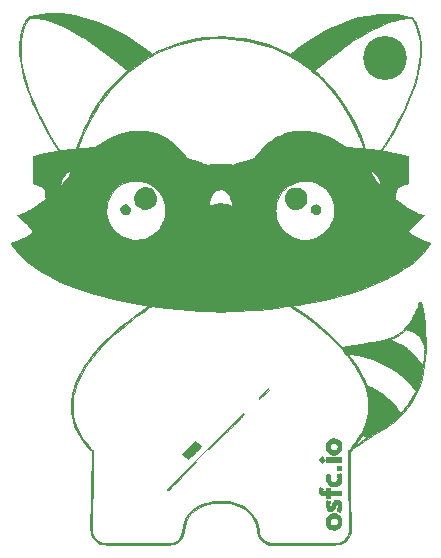
<source format=gbr>
%TF.GenerationSoftware,KiCad,Pcbnew,(5.1.7)-1*%
%TF.CreationDate,2020-09-28T14:59:45+02:00*%
%TF.ProjectId,oscar_pcb_svg2shenzen,6f736361-725f-4706-9362-5f7376673273,rev?*%
%TF.SameCoordinates,Original*%
%TF.FileFunction,Copper,L1,Top*%
%TF.FilePolarity,Positive*%
%FSLAX46Y46*%
G04 Gerber Fmt 4.6, Leading zero omitted, Abs format (unit mm)*
G04 Created by KiCad (PCBNEW (5.1.7)-1) date 2020-09-28 14:59:45*
%MOMM*%
%LPD*%
G01*
G04 APERTURE LIST*
%TA.AperFunction,EtchedComponent*%
%ADD10C,0.010000*%
%TD*%
%TA.AperFunction,ComponentPad*%
%ADD11C,3.719199*%
%TD*%
G04 APERTURE END LIST*
D10*
%TO.C,G\u002A\u002A\u002A*%
G36*
X32976885Y-23352552D02*
G01*
X33541963Y-23411543D01*
X34116240Y-23506649D01*
X34697838Y-23637713D01*
X35284877Y-23804580D01*
X35875478Y-24007092D01*
X36066372Y-24079969D01*
X36680300Y-24337115D01*
X37300949Y-24629783D01*
X37920850Y-24953607D01*
X38532535Y-25304224D01*
X39128537Y-25677271D01*
X39701386Y-26068383D01*
X40243615Y-26473197D01*
X40465973Y-26650780D01*
X40641197Y-26793712D01*
X41090390Y-26575171D01*
X41750869Y-26276762D01*
X42422604Y-26018384D01*
X43104075Y-25800262D01*
X43793760Y-25622621D01*
X44490137Y-25485686D01*
X45191686Y-25389682D01*
X45896885Y-25334835D01*
X46604214Y-25321368D01*
X47312149Y-25349508D01*
X48019172Y-25419479D01*
X48461853Y-25484875D01*
X49150359Y-25618793D01*
X49821060Y-25788506D01*
X50478775Y-25995557D01*
X51128320Y-26241493D01*
X51774513Y-26527859D01*
X51896543Y-26586594D01*
X52368670Y-26816673D01*
X52616210Y-26619705D01*
X53101806Y-26249488D01*
X53618945Y-25885395D01*
X54157411Y-25533863D01*
X54706988Y-25201332D01*
X55257459Y-24894242D01*
X55763583Y-24635988D01*
X56396761Y-24345166D01*
X57018860Y-24093684D01*
X57632380Y-23880784D01*
X58239820Y-23705711D01*
X58843679Y-23567707D01*
X59446458Y-23466015D01*
X59753500Y-23427973D01*
X59895686Y-23416244D01*
X60069840Y-23407845D01*
X60266850Y-23402714D01*
X60477606Y-23400790D01*
X60692998Y-23402013D01*
X60903914Y-23406321D01*
X61101246Y-23413652D01*
X61275881Y-23423945D01*
X61418710Y-23437139D01*
X61436250Y-23439291D01*
X61801220Y-23494440D01*
X62161623Y-23565317D01*
X62462779Y-23638569D01*
X62560867Y-23665446D01*
X62628368Y-23687201D01*
X62675590Y-23709652D01*
X62712842Y-23738616D01*
X62750432Y-23779908D01*
X62782006Y-23818690D01*
X62902357Y-23991690D01*
X63015570Y-24200828D01*
X63119588Y-24440211D01*
X63212355Y-24703952D01*
X63291812Y-24986157D01*
X63355903Y-25280939D01*
X63402570Y-25582406D01*
X63404996Y-25602469D01*
X63420086Y-25768694D01*
X63430449Y-25966330D01*
X63436085Y-26184721D01*
X63436996Y-26413210D01*
X63433186Y-26641141D01*
X63424654Y-26857857D01*
X63411403Y-27052700D01*
X63404724Y-27122687D01*
X63331100Y-27671106D01*
X63224084Y-28233073D01*
X63083293Y-28809762D01*
X62908346Y-29402344D01*
X62698861Y-30011995D01*
X62454457Y-30639886D01*
X62174752Y-31287192D01*
X61859364Y-31955086D01*
X61782689Y-32109833D01*
X61513024Y-32637423D01*
X61240860Y-33144780D01*
X60958908Y-33644891D01*
X60659876Y-34150744D01*
X60394580Y-34582512D01*
X60323869Y-34696606D01*
X60261931Y-34798073D01*
X60211905Y-34881647D01*
X60176927Y-34942059D01*
X60160134Y-34974043D01*
X60159214Y-34977699D01*
X60181210Y-34983227D01*
X60238720Y-34994831D01*
X60325548Y-35011340D01*
X60435500Y-35031583D01*
X60562380Y-35054391D01*
X60608094Y-35062490D01*
X60832273Y-35103510D01*
X61055657Y-35147102D01*
X61274132Y-35192259D01*
X61483583Y-35237977D01*
X61679895Y-35283252D01*
X61858954Y-35327077D01*
X62016644Y-35368448D01*
X62148851Y-35406360D01*
X62251460Y-35439807D01*
X62320356Y-35467785D01*
X62350649Y-35488125D01*
X62357540Y-35518354D01*
X62363544Y-35585728D01*
X62368666Y-35685376D01*
X62372911Y-35812427D01*
X62376285Y-35962011D01*
X62378792Y-36129255D01*
X62380437Y-36309289D01*
X62381225Y-36497242D01*
X62381162Y-36688242D01*
X62380252Y-36877419D01*
X62378500Y-37059902D01*
X62375912Y-37230819D01*
X62372492Y-37385299D01*
X62368245Y-37518472D01*
X62363177Y-37625466D01*
X62357292Y-37701410D01*
X62350596Y-37741433D01*
X62348321Y-37745821D01*
X62313358Y-37764008D01*
X62249883Y-37783417D01*
X62171383Y-37799953D01*
X62168316Y-37800465D01*
X61985374Y-37843086D01*
X61811607Y-37907064D01*
X61655649Y-37988052D01*
X61526137Y-38081703D01*
X61446700Y-38163667D01*
X61390209Y-38241076D01*
X61348484Y-38315910D01*
X61318992Y-38397210D01*
X61299203Y-38494023D01*
X61286585Y-38615390D01*
X61278873Y-38763293D01*
X61266916Y-39077336D01*
X61477328Y-39239543D01*
X61828994Y-39502744D01*
X62157900Y-39732648D01*
X62463754Y-39929091D01*
X62746262Y-40091912D01*
X63005129Y-40220948D01*
X63240062Y-40316036D01*
X63450766Y-40377013D01*
X63570406Y-40397776D01*
X63672562Y-40410244D01*
X63561237Y-40530414D01*
X63520458Y-40573746D01*
X63454425Y-40643072D01*
X63367359Y-40734000D01*
X63263478Y-40842135D01*
X63147004Y-40963084D01*
X63022155Y-41092454D01*
X62910276Y-41208159D01*
X62370641Y-41765736D01*
X62407826Y-41834783D01*
X62467973Y-41914796D01*
X62566373Y-42004467D01*
X62700501Y-42102075D01*
X62867836Y-42205900D01*
X63065852Y-42314221D01*
X63232350Y-42397074D01*
X63513360Y-42526358D01*
X63765187Y-42630700D01*
X63991668Y-42711647D01*
X64080234Y-42739065D01*
X64155380Y-42762827D01*
X64211712Y-42783790D01*
X64239490Y-42798230D01*
X64240833Y-42800450D01*
X64228811Y-42836562D01*
X64195862Y-42899091D01*
X64146656Y-42980740D01*
X64085868Y-43074212D01*
X64018169Y-43172209D01*
X63948232Y-43267433D01*
X63911765Y-43314396D01*
X63617861Y-43655704D01*
X63283321Y-43991492D01*
X62909590Y-44320893D01*
X62498108Y-44643038D01*
X62050317Y-44957061D01*
X61567661Y-45262092D01*
X61051580Y-45557264D01*
X60503519Y-45841710D01*
X59924917Y-46114560D01*
X59317219Y-46374949D01*
X58681865Y-46622006D01*
X58039000Y-46848602D01*
X57275058Y-47090705D01*
X56476020Y-47316626D01*
X55646334Y-47525292D01*
X54790449Y-47715630D01*
X53912812Y-47886570D01*
X53282868Y-47994931D01*
X53126532Y-48020388D01*
X52980772Y-48044145D01*
X52851726Y-48065202D01*
X52745533Y-48082555D01*
X52668330Y-48095203D01*
X52626256Y-48102143D01*
X52624507Y-48102436D01*
X52601557Y-48107355D01*
X52590595Y-48114978D01*
X52595278Y-48128565D01*
X52619265Y-48151376D01*
X52666215Y-48186673D01*
X52739785Y-48237714D01*
X52843635Y-48307760D01*
X52889090Y-48338225D01*
X53614507Y-48842161D01*
X54301628Y-49356830D01*
X54953720Y-49884912D01*
X55574048Y-50429085D01*
X56165877Y-50992029D01*
X56356555Y-51183467D01*
X56801361Y-51636083D01*
X57192639Y-51557655D01*
X57301981Y-51536444D01*
X57445889Y-51509611D01*
X57617159Y-51478441D01*
X57808592Y-51444220D01*
X58012986Y-51408232D01*
X58223139Y-51371764D01*
X58431851Y-51336099D01*
X58472916Y-51329154D01*
X58835365Y-51267488D01*
X59159101Y-51211247D01*
X59447293Y-51159674D01*
X59703108Y-51112011D01*
X59929712Y-51067501D01*
X60130275Y-51025387D01*
X60231173Y-51002403D01*
X60708765Y-51002403D01*
X60850257Y-51042692D01*
X61126908Y-51134930D01*
X61416019Y-51255929D01*
X61705793Y-51399750D01*
X61984437Y-51560456D01*
X62240155Y-51732110D01*
X62283369Y-51764111D01*
X62537315Y-51970249D01*
X62785658Y-52200532D01*
X63020939Y-52446848D01*
X63235700Y-52701085D01*
X63422482Y-52955134D01*
X63522684Y-53111858D01*
X63561095Y-53173216D01*
X63591634Y-53216990D01*
X63607503Y-53233566D01*
X63614499Y-53214056D01*
X63625085Y-53160181D01*
X63637954Y-53079628D01*
X63651795Y-52980080D01*
X63655181Y-52953708D01*
X63695689Y-52594678D01*
X63725590Y-52237921D01*
X63744049Y-51921833D01*
X63749284Y-51806114D01*
X63751146Y-51721716D01*
X63748407Y-51657677D01*
X63739840Y-51603039D01*
X63724216Y-51546842D01*
X63700308Y-51478127D01*
X63691668Y-51454344D01*
X63572962Y-51183999D01*
X63423540Y-50937129D01*
X63246374Y-50716491D01*
X63044438Y-50524841D01*
X62820706Y-50364937D01*
X62578151Y-50239536D01*
X62319747Y-50151395D01*
X62274411Y-50140304D01*
X62172069Y-50116681D01*
X61976950Y-50288883D01*
X61678384Y-50525424D01*
X61362010Y-50723942D01*
X61028782Y-50883871D01*
X60892590Y-50936333D01*
X60708765Y-51002403D01*
X60231173Y-51002403D01*
X60307962Y-50984911D01*
X60465942Y-50945318D01*
X60607382Y-50905848D01*
X60735450Y-50865746D01*
X60853312Y-50824254D01*
X60964136Y-50780614D01*
X61071090Y-50734070D01*
X61177341Y-50683864D01*
X61182250Y-50681461D01*
X61481639Y-50511858D01*
X61768495Y-50303536D01*
X62040315Y-50058903D01*
X62294596Y-49780369D01*
X62528836Y-49470341D01*
X62673239Y-49246336D01*
X62806143Y-49009136D01*
X62935453Y-48746215D01*
X63054805Y-48472116D01*
X63157832Y-48201385D01*
X63232621Y-47968163D01*
X63279390Y-47804916D01*
X63488756Y-47804916D01*
X63535866Y-48064623D01*
X63666412Y-48861173D01*
X63764272Y-49631262D01*
X63829439Y-50374792D01*
X63861904Y-51091670D01*
X63861659Y-51781799D01*
X63857849Y-51911810D01*
X63818856Y-52550451D01*
X63746260Y-53163417D01*
X63639945Y-53750929D01*
X63499797Y-54313209D01*
X63325700Y-54850479D01*
X63117539Y-55362960D01*
X62875199Y-55850875D01*
X62598565Y-56314445D01*
X62287522Y-56753892D01*
X61941954Y-57169437D01*
X61561746Y-57561302D01*
X61146784Y-57929709D01*
X60696952Y-58274880D01*
X60473166Y-58429338D01*
X60366528Y-58498484D01*
X60234755Y-58580834D01*
X60089762Y-58669118D01*
X59943467Y-58756067D01*
X59827583Y-58823158D01*
X59400742Y-59071939D01*
X59007799Y-59312566D01*
X58642217Y-59549418D01*
X58297458Y-59786875D01*
X57966985Y-60029316D01*
X57644260Y-60281120D01*
X57610375Y-60308429D01*
X57404000Y-60475247D01*
X57404230Y-60786415D01*
X57404627Y-60844633D01*
X57405732Y-60942461D01*
X57407502Y-61077183D01*
X57409896Y-61246083D01*
X57412869Y-61446445D01*
X57416379Y-61675551D01*
X57420383Y-61930686D01*
X57424838Y-62209134D01*
X57429701Y-62508177D01*
X57434929Y-62825101D01*
X57440479Y-63157187D01*
X57446309Y-63501721D01*
X57452375Y-63855986D01*
X57456667Y-64104216D01*
X57464908Y-64587319D01*
X57472125Y-65028541D01*
X57478321Y-65428322D01*
X57483502Y-65787101D01*
X57487672Y-66105319D01*
X57490835Y-66383415D01*
X57492995Y-66621829D01*
X57494158Y-66821000D01*
X57494328Y-66981370D01*
X57493508Y-67103376D01*
X57491705Y-67187460D01*
X57488921Y-67234061D01*
X57488321Y-67238470D01*
X57432545Y-67463878D01*
X57342100Y-67673663D01*
X57220438Y-67862841D01*
X57071008Y-68026431D01*
X56897261Y-68159451D01*
X56819518Y-68204141D01*
X56782563Y-68223866D01*
X56749333Y-68241708D01*
X56717642Y-68257759D01*
X56685303Y-68272107D01*
X56650128Y-68284845D01*
X56609931Y-68296061D01*
X56562525Y-68305847D01*
X56505722Y-68314292D01*
X56437336Y-68321486D01*
X56355179Y-68327521D01*
X56257064Y-68332485D01*
X56140805Y-68336470D01*
X56004214Y-68339565D01*
X55845104Y-68341862D01*
X55661289Y-68343449D01*
X55450580Y-68344418D01*
X55210792Y-68344858D01*
X54939737Y-68344860D01*
X54635228Y-68344514D01*
X54295078Y-68343910D01*
X53917100Y-68343139D01*
X53499107Y-68342291D01*
X53472711Y-68342239D01*
X50556583Y-68336583D01*
X50419000Y-68287096D01*
X50206145Y-68189790D01*
X50019238Y-68061620D01*
X49861172Y-67905568D01*
X49734838Y-67724618D01*
X49643128Y-67521752D01*
X49626476Y-67469745D01*
X49603040Y-67377726D01*
X49578483Y-67260074D01*
X49556021Y-67133266D01*
X49541531Y-67034833D01*
X49479637Y-66708276D01*
X49382508Y-66405093D01*
X49250452Y-66125666D01*
X49083778Y-65870376D01*
X48882796Y-65639604D01*
X48647815Y-65433732D01*
X48379144Y-65253140D01*
X48077091Y-65098211D01*
X47918188Y-65032240D01*
X47596887Y-64927127D01*
X47251737Y-64849150D01*
X46892464Y-64799661D01*
X46528797Y-64780015D01*
X46182140Y-64790669D01*
X45794383Y-64835663D01*
X45430547Y-64910069D01*
X45092052Y-65013032D01*
X44780316Y-65143698D01*
X44496760Y-65301212D01*
X44242802Y-65484720D01*
X44019861Y-65693367D01*
X43829357Y-65926299D01*
X43672710Y-66182661D01*
X43595252Y-66348111D01*
X43537470Y-66498233D01*
X43489917Y-66650979D01*
X43449810Y-66817327D01*
X43414361Y-67008257D01*
X43393604Y-67143093D01*
X43364506Y-67318772D01*
X43331511Y-67462090D01*
X43291318Y-67583018D01*
X43240627Y-67691524D01*
X43177739Y-67795184D01*
X43053359Y-67948799D01*
X42900308Y-68085266D01*
X42728028Y-68198259D01*
X42545960Y-68281453D01*
X42387654Y-68324542D01*
X42347259Y-68328253D01*
X42269031Y-68331601D01*
X42152554Y-68334588D01*
X41997414Y-68337217D01*
X41803196Y-68339492D01*
X41569485Y-68341415D01*
X41295866Y-68342989D01*
X40981924Y-68344218D01*
X40627245Y-68345103D01*
X40231413Y-68345649D01*
X39794014Y-68345857D01*
X39392570Y-68345773D01*
X38977724Y-68345519D01*
X38603135Y-68345165D01*
X38266725Y-68344687D01*
X37966419Y-68344065D01*
X37700139Y-68343276D01*
X37465809Y-68342297D01*
X37261353Y-68341106D01*
X37084693Y-68339681D01*
X36933753Y-68338000D01*
X36806457Y-68336039D01*
X36700727Y-68333777D01*
X36614487Y-68331192D01*
X36545661Y-68328261D01*
X36492171Y-68324961D01*
X36451941Y-68321271D01*
X36422895Y-68317168D01*
X36406666Y-68313666D01*
X36233229Y-68254884D01*
X36077925Y-68172354D01*
X35929513Y-68059390D01*
X35843505Y-67978631D01*
X35749747Y-67880068D01*
X35680256Y-67793474D01*
X35625222Y-67705698D01*
X35593173Y-67643069D01*
X35573726Y-67603413D01*
X35555999Y-67567905D01*
X35539943Y-67534510D01*
X35525510Y-67501192D01*
X35512652Y-67465917D01*
X35501322Y-67426648D01*
X35491471Y-67381352D01*
X35483052Y-67327992D01*
X35476017Y-67264533D01*
X35470317Y-67188941D01*
X35465906Y-67099180D01*
X35462735Y-66993215D01*
X35460755Y-66869011D01*
X35459921Y-66724532D01*
X35460182Y-66557743D01*
X35461492Y-66366610D01*
X35463803Y-66149097D01*
X35467067Y-65903168D01*
X35471235Y-65626789D01*
X35476261Y-65317924D01*
X35482096Y-64974539D01*
X35488692Y-64594597D01*
X35496001Y-64176065D01*
X35502628Y-63794862D01*
X35560551Y-60448144D01*
X35345136Y-60211947D01*
X35016091Y-59829048D01*
X34728330Y-59446596D01*
X34480870Y-59062616D01*
X34272733Y-58675133D01*
X34102935Y-58282171D01*
X33970498Y-57881756D01*
X33874439Y-57471913D01*
X33824876Y-57150555D01*
X33805543Y-56908742D01*
X33801369Y-56639849D01*
X33806831Y-56489453D01*
X33955358Y-56489453D01*
X33955715Y-56675101D01*
X33960916Y-56864557D01*
X33970641Y-57046528D01*
X33984568Y-57209721D01*
X34002379Y-57342846D01*
X34003823Y-57351083D01*
X34100278Y-57779432D01*
X34234622Y-58195914D01*
X34407677Y-58602187D01*
X34620261Y-58999908D01*
X34873196Y-59390736D01*
X35167302Y-59776328D01*
X35256366Y-59882675D01*
X35318863Y-59959314D01*
X35369362Y-60027784D01*
X35402152Y-60079908D01*
X35411833Y-60105288D01*
X35425166Y-60140774D01*
X35460171Y-60195317D01*
X35509358Y-60257291D01*
X35510867Y-60259021D01*
X35563500Y-60317127D01*
X35596898Y-60346688D01*
X35618229Y-60352253D01*
X35634662Y-60338366D01*
X35635081Y-60337798D01*
X35645190Y-60324515D01*
X35654354Y-60314838D01*
X35662582Y-60310600D01*
X35669885Y-60313636D01*
X35676271Y-60325777D01*
X35681750Y-60348857D01*
X35686332Y-60384709D01*
X35690027Y-60435167D01*
X35692843Y-60502064D01*
X35694790Y-60587232D01*
X35695878Y-60692505D01*
X35696117Y-60819716D01*
X35695515Y-60970698D01*
X35694083Y-61147285D01*
X35691830Y-61351310D01*
X35688765Y-61584605D01*
X35684898Y-61849004D01*
X35680239Y-62146341D01*
X35674797Y-62478447D01*
X35668582Y-62847158D01*
X35661602Y-63254305D01*
X35653869Y-63701721D01*
X35652874Y-63759183D01*
X35645189Y-64203836D01*
X35638253Y-64608174D01*
X35632052Y-64974208D01*
X35626573Y-65303949D01*
X35621802Y-65599409D01*
X35617728Y-65862598D01*
X35614337Y-66095529D01*
X35611617Y-66300211D01*
X35609553Y-66478657D01*
X35608133Y-66632877D01*
X35607345Y-66764884D01*
X35607174Y-66876687D01*
X35607609Y-66970299D01*
X35608635Y-67047730D01*
X35610241Y-67110992D01*
X35612413Y-67162097D01*
X35615138Y-67203054D01*
X35618404Y-67235876D01*
X35622196Y-67262574D01*
X35626502Y-67285159D01*
X35629993Y-67300326D01*
X35700876Y-67509155D01*
X35804971Y-67698393D01*
X35938351Y-67863847D01*
X36097087Y-68001327D01*
X36277251Y-68106641D01*
X36442466Y-68167233D01*
X36464612Y-68171355D01*
X36500876Y-68175084D01*
X36553189Y-68178440D01*
X36623478Y-68181442D01*
X36713675Y-68184110D01*
X36825709Y-68186462D01*
X36961508Y-68188518D01*
X37123004Y-68190297D01*
X37312125Y-68191819D01*
X37530800Y-68193102D01*
X37780961Y-68194166D01*
X38064535Y-68195031D01*
X38383453Y-68195715D01*
X38739644Y-68196239D01*
X39135038Y-68196620D01*
X39401750Y-68196794D01*
X39814791Y-68196972D01*
X40187615Y-68197014D01*
X40522339Y-68196897D01*
X40821077Y-68196601D01*
X41085947Y-68196105D01*
X41319064Y-68195387D01*
X41522545Y-68194427D01*
X41698506Y-68193204D01*
X41849062Y-68191696D01*
X41976330Y-68189883D01*
X42082426Y-68187743D01*
X42169465Y-68185255D01*
X42239566Y-68182399D01*
X42294842Y-68179153D01*
X42337411Y-68175496D01*
X42369388Y-68171407D01*
X42392208Y-68167027D01*
X42593328Y-68098800D01*
X42773211Y-67995862D01*
X42928571Y-67861841D01*
X43056123Y-67700364D01*
X43152583Y-67515058D01*
X43214666Y-67309550D01*
X43225800Y-67246500D01*
X43252489Y-67071133D01*
X43275351Y-66930123D01*
X43295954Y-66815839D01*
X43315867Y-66720649D01*
X43336660Y-66636922D01*
X43359901Y-66557028D01*
X43380995Y-66491693D01*
X43503827Y-66186479D01*
X43659874Y-65907323D01*
X43848790Y-65654482D01*
X44070228Y-65428212D01*
X44323843Y-65228771D01*
X44609288Y-65056414D01*
X44926217Y-64911398D01*
X45274283Y-64793979D01*
X45653140Y-64704415D01*
X45836416Y-64672830D01*
X45987184Y-64655384D01*
X46167372Y-64643655D01*
X46365318Y-64637639D01*
X46569357Y-64637335D01*
X46767825Y-64642741D01*
X46949057Y-64653856D01*
X47101391Y-64670676D01*
X47117000Y-64673050D01*
X47422218Y-64729442D01*
X47697544Y-64798733D01*
X47954327Y-64884273D01*
X48203917Y-64989413D01*
X48230220Y-65001750D01*
X48447087Y-65114262D01*
X48638256Y-65236489D01*
X48817490Y-65378251D01*
X48998546Y-65549367D01*
X49000833Y-65551686D01*
X49185442Y-65758706D01*
X49339658Y-65976112D01*
X49465923Y-66209310D01*
X49566679Y-66463703D01*
X49644367Y-66744699D01*
X49701431Y-67057700D01*
X49710226Y-67121872D01*
X49735086Y-67284200D01*
X49764555Y-67415160D01*
X49802090Y-67525701D01*
X49851145Y-67626773D01*
X49889882Y-67691076D01*
X49974851Y-67801380D01*
X50083752Y-67910831D01*
X50202716Y-68006929D01*
X50317877Y-68077173D01*
X50318533Y-68077494D01*
X50352589Y-68094411D01*
X50383376Y-68109698D01*
X50413095Y-68123433D01*
X50443943Y-68135695D01*
X50478117Y-68146561D01*
X50517817Y-68156111D01*
X50565240Y-68164423D01*
X50622584Y-68171575D01*
X50692048Y-68177646D01*
X50775829Y-68182713D01*
X50876126Y-68186857D01*
X50995137Y-68190154D01*
X51135060Y-68192684D01*
X51298092Y-68194525D01*
X51486433Y-68195756D01*
X51702280Y-68196454D01*
X51947832Y-68196698D01*
X52225286Y-68196567D01*
X52536840Y-68196139D01*
X52884693Y-68195493D01*
X53271043Y-68194707D01*
X53585369Y-68194076D01*
X56483250Y-68188416D01*
X56604652Y-68139385D01*
X56806372Y-68036163D01*
X56980439Y-67901074D01*
X57125528Y-67735358D01*
X57236451Y-67548339D01*
X57252469Y-67515686D01*
X57267062Y-67485847D01*
X57280261Y-67456808D01*
X57292102Y-67426559D01*
X57302617Y-67393087D01*
X57311841Y-67354380D01*
X57319806Y-67308425D01*
X57326547Y-67253212D01*
X57332097Y-67186727D01*
X57336490Y-67106958D01*
X57339759Y-67011894D01*
X57341939Y-66899523D01*
X57343062Y-66767832D01*
X57343163Y-66614808D01*
X57342275Y-66438441D01*
X57340432Y-66236718D01*
X57337667Y-66007627D01*
X57334015Y-65749155D01*
X57329508Y-65459291D01*
X57324180Y-65136022D01*
X57318066Y-64777337D01*
X57311198Y-64381223D01*
X57303611Y-63945669D01*
X57300095Y-63743416D01*
X57292439Y-63301691D01*
X57285522Y-62900332D01*
X57279334Y-62537379D01*
X57273862Y-62210873D01*
X57269095Y-61918853D01*
X57265023Y-61659359D01*
X57261634Y-61430431D01*
X57258916Y-61230109D01*
X57256859Y-61056432D01*
X57255451Y-60907441D01*
X57254680Y-60781175D01*
X57254537Y-60675675D01*
X57255009Y-60588979D01*
X57256084Y-60519129D01*
X57257753Y-60464163D01*
X57260003Y-60422122D01*
X57262823Y-60391046D01*
X57266203Y-60368974D01*
X57270130Y-60353947D01*
X57274593Y-60344004D01*
X57279582Y-60337184D01*
X57280504Y-60336171D01*
X57308682Y-60307903D01*
X57318294Y-60310691D01*
X57319333Y-60335448D01*
X57325978Y-60350007D01*
X57348836Y-60340244D01*
X57392296Y-60303374D01*
X57435731Y-60261517D01*
X57503835Y-60188203D01*
X57537510Y-60136461D01*
X57540679Y-60110486D01*
X57548697Y-60071044D01*
X57588896Y-60009631D01*
X57624246Y-59967422D01*
X57634839Y-59954577D01*
X57848500Y-59954577D01*
X57864516Y-59946044D01*
X57908508Y-59916587D01*
X57974392Y-59870425D01*
X58056084Y-59811774D01*
X58087667Y-59788797D01*
X58204735Y-59704510D01*
X58339299Y-59609443D01*
X58473511Y-59516122D01*
X58574501Y-59447177D01*
X58663423Y-59386246D01*
X58738190Y-59333195D01*
X58792493Y-59292641D01*
X58820023Y-59269203D01*
X58822166Y-59265887D01*
X58805350Y-59249233D01*
X58760309Y-59216572D01*
X58695154Y-59173617D01*
X58658804Y-59150826D01*
X58581183Y-59103678D01*
X58531207Y-59076692D01*
X58500814Y-59067288D01*
X58481944Y-59072882D01*
X58467484Y-59089546D01*
X58445382Y-59122031D01*
X58405656Y-59181559D01*
X58353870Y-59259755D01*
X58295588Y-59348245D01*
X58293560Y-59351333D01*
X58218672Y-59461517D01*
X58132906Y-59581744D01*
X58048642Y-59694907D01*
X57998046Y-59759682D01*
X57938463Y-59834560D01*
X57890148Y-59896674D01*
X57858436Y-59939068D01*
X57848500Y-59954577D01*
X57634839Y-59954577D01*
X57942728Y-59581255D01*
X58220203Y-59186180D01*
X58456558Y-58782425D01*
X58651680Y-58370218D01*
X58805454Y-57949788D01*
X58917768Y-57521363D01*
X58963320Y-57272846D01*
X58980153Y-57129455D01*
X58992009Y-56955899D01*
X58998795Y-56764064D01*
X59000416Y-56565834D01*
X58996777Y-56373096D01*
X58987785Y-56197735D01*
X58973345Y-56051636D01*
X58973033Y-56049333D01*
X58889811Y-55589333D01*
X58765269Y-55126660D01*
X58599316Y-54661158D01*
X58391864Y-54192669D01*
X58142821Y-53721037D01*
X57852098Y-53246105D01*
X57519605Y-52767716D01*
X57145253Y-52285713D01*
X57051088Y-52175833D01*
X57255494Y-52175833D01*
X57384848Y-52335380D01*
X57602230Y-52616512D01*
X57817095Y-52919213D01*
X58024856Y-53235803D01*
X58220923Y-53558598D01*
X58400707Y-53879918D01*
X58559619Y-54192081D01*
X58693070Y-54487405D01*
X58740369Y-54604432D01*
X58777812Y-54696385D01*
X58811834Y-54771854D01*
X58838728Y-54823141D01*
X58854790Y-54842547D01*
X58854974Y-54842557D01*
X58886230Y-54852347D01*
X58948378Y-54879247D01*
X59035160Y-54920061D01*
X59140321Y-54971592D01*
X59257607Y-55030646D01*
X59380762Y-55094026D01*
X59503530Y-55158537D01*
X59619656Y-55220983D01*
X59722884Y-55278169D01*
X59806959Y-55326898D01*
X59827583Y-55339434D01*
X60224836Y-55606421D01*
X60593310Y-55898860D01*
X60930547Y-56214373D01*
X61234085Y-56550583D01*
X61501464Y-56905111D01*
X61595859Y-57048540D01*
X61636632Y-57114670D01*
X61668242Y-57163199D01*
X61695555Y-57192355D01*
X61723437Y-57200363D01*
X61756756Y-57185451D01*
X61800377Y-57145843D01*
X61859167Y-57079767D01*
X61937991Y-56985449D01*
X62011589Y-56897016D01*
X62335828Y-56477168D01*
X62627604Y-56032345D01*
X62878571Y-55577340D01*
X62993390Y-55348765D01*
X62867981Y-55175174D01*
X62563696Y-54789068D01*
X62223530Y-54422157D01*
X61850185Y-54076215D01*
X61446363Y-53753015D01*
X61014764Y-53454330D01*
X60558090Y-53181933D01*
X60079043Y-52937597D01*
X59580324Y-52723097D01*
X59064635Y-52540204D01*
X58684583Y-52429152D01*
X58537234Y-52391963D01*
X58372556Y-52353941D01*
X58197701Y-52316416D01*
X58019821Y-52280719D01*
X57846070Y-52248181D01*
X57683600Y-52220133D01*
X57539563Y-52197906D01*
X57421113Y-52182831D01*
X57335401Y-52176239D01*
X57324455Y-52176057D01*
X57255494Y-52175833D01*
X57051088Y-52175833D01*
X56728951Y-51799940D01*
X56270610Y-51310239D01*
X56240270Y-51279197D01*
X55661096Y-50714029D01*
X55041826Y-50159654D01*
X54383511Y-49616936D01*
X53687207Y-49086737D01*
X52953967Y-48569919D01*
X52815142Y-48476371D01*
X52322035Y-48146389D01*
X52042559Y-48182887D01*
X51250679Y-48280519D01*
X50465329Y-48365439D01*
X49677256Y-48438419D01*
X48877206Y-48500232D01*
X48055926Y-48551650D01*
X47204162Y-48593446D01*
X47044523Y-48600103D01*
X46744452Y-48609679D01*
X46464238Y-48612653D01*
X46182835Y-48609017D01*
X45901523Y-48599693D01*
X44850108Y-48548258D01*
X43832600Y-48481817D01*
X42850576Y-48400496D01*
X41905615Y-48304422D01*
X41258223Y-48227343D01*
X41105685Y-48208141D01*
X40966294Y-48190822D01*
X40845747Y-48176077D01*
X40749742Y-48164595D01*
X40683974Y-48157065D01*
X40654141Y-48154177D01*
X40653596Y-48154166D01*
X40619656Y-48166375D01*
X40555204Y-48201417D01*
X40463736Y-48256918D01*
X40348749Y-48330501D01*
X40213740Y-48419791D01*
X40062206Y-48522413D01*
X39897642Y-48635990D01*
X39723547Y-48758149D01*
X39543415Y-48886512D01*
X39360745Y-49018705D01*
X39179033Y-49152352D01*
X39123553Y-49193624D01*
X38518575Y-49659866D01*
X37946639Y-50131064D01*
X37408851Y-50606073D01*
X36906317Y-51083747D01*
X36440143Y-51562939D01*
X36011434Y-52042505D01*
X35621297Y-52521299D01*
X35270837Y-52998175D01*
X34961161Y-53471987D01*
X34906619Y-53562250D01*
X34651631Y-54018969D01*
X34436909Y-54466782D01*
X34261785Y-54907561D01*
X34125587Y-55343176D01*
X34027644Y-55775500D01*
X33970457Y-56174742D01*
X33960165Y-56318902D01*
X33955358Y-56489453D01*
X33806831Y-56489453D01*
X33811677Y-56356054D01*
X33835787Y-56069535D01*
X33873022Y-55792471D01*
X33912086Y-55584502D01*
X34032358Y-55122766D01*
X34194322Y-54656650D01*
X34397617Y-54186643D01*
X34641883Y-53713231D01*
X34926759Y-53236902D01*
X35251883Y-52758143D01*
X35616897Y-52277443D01*
X36021438Y-51795287D01*
X36465146Y-51312164D01*
X36947660Y-50828560D01*
X37468620Y-50344964D01*
X38027665Y-49861863D01*
X38332833Y-49611384D01*
X38528167Y-49456048D01*
X38739435Y-49292111D01*
X38960843Y-49123801D01*
X39186601Y-48955347D01*
X39410918Y-48790977D01*
X39628000Y-48634920D01*
X39832057Y-48491403D01*
X40017297Y-48364656D01*
X40177929Y-48258907D01*
X40233365Y-48223826D01*
X40301621Y-48179599D01*
X40352071Y-48143721D01*
X40377059Y-48121780D01*
X40378157Y-48118102D01*
X40355240Y-48112019D01*
X40297093Y-48100739D01*
X40210340Y-48085429D01*
X40101603Y-48067254D01*
X39977505Y-48047382D01*
X39969875Y-48046186D01*
X39073760Y-47894884D01*
X38203247Y-47725697D01*
X37359559Y-47539051D01*
X36543920Y-47335375D01*
X35757554Y-47115097D01*
X35001685Y-46878645D01*
X34277536Y-46626446D01*
X33586332Y-46358928D01*
X32929295Y-46076520D01*
X32307651Y-45779649D01*
X31722623Y-45468744D01*
X31175434Y-45144231D01*
X30667309Y-44806539D01*
X30631544Y-44781216D01*
X30323720Y-44552801D01*
X30029015Y-44315406D01*
X29751265Y-44072798D01*
X29494307Y-43828743D01*
X29261976Y-43587007D01*
X29058110Y-43351356D01*
X28886545Y-43125556D01*
X28781490Y-42965122D01*
X28742388Y-42897183D01*
X28714015Y-42841646D01*
X28702074Y-42809749D01*
X28702000Y-42808535D01*
X28720779Y-42790415D01*
X28769867Y-42767613D01*
X28834291Y-42746375D01*
X28997619Y-42694628D01*
X29186063Y-42624941D01*
X29388961Y-42542004D01*
X29595650Y-42450504D01*
X29795468Y-42355130D01*
X29977754Y-42260570D01*
X30107029Y-42186709D01*
X30235845Y-42102755D01*
X30350884Y-42015976D01*
X30445241Y-41932258D01*
X30512015Y-41857485D01*
X30534491Y-41822287D01*
X30566057Y-41761246D01*
X29974761Y-41152998D01*
X29843103Y-41017316D01*
X29718846Y-40888787D01*
X29605525Y-40771100D01*
X29506673Y-40667948D01*
X29425826Y-40583022D01*
X29366517Y-40520011D01*
X29332281Y-40482607D01*
X29327781Y-40477360D01*
X29272096Y-40409971D01*
X29373339Y-40396289D01*
X29571496Y-40354833D01*
X29791059Y-40280984D01*
X30032550Y-40174453D01*
X30296492Y-40034953D01*
X30353972Y-40000343D01*
X36810507Y-40000343D01*
X36824336Y-40295393D01*
X36872725Y-40586602D01*
X36955202Y-40870715D01*
X37071297Y-41144476D01*
X37220538Y-41404631D01*
X37402455Y-41647922D01*
X37616577Y-41871096D01*
X37862433Y-42070895D01*
X38037075Y-42185512D01*
X38267789Y-42305844D01*
X38521979Y-42406327D01*
X38783728Y-42481455D01*
X39011397Y-42522686D01*
X39152474Y-42533129D01*
X39318961Y-42534117D01*
X39495153Y-42526294D01*
X39665348Y-42510306D01*
X39794915Y-42490524D01*
X40024668Y-42432220D01*
X40264066Y-42344833D01*
X40498999Y-42234317D01*
X40715356Y-42106626D01*
X40733614Y-42094373D01*
X40855575Y-42001807D01*
X40988823Y-41884200D01*
X41122222Y-41752416D01*
X41244634Y-41617321D01*
X41323995Y-41518416D01*
X41387226Y-41426367D01*
X41457335Y-41312163D01*
X41524396Y-41192503D01*
X41564478Y-41113880D01*
X41685047Y-40817982D01*
X41765416Y-40516332D01*
X41806753Y-40212178D01*
X41809000Y-40015583D01*
X51130763Y-40015583D01*
X51137514Y-40263507D01*
X51162348Y-40485111D01*
X51208223Y-40693613D01*
X51278096Y-40902232D01*
X51374924Y-41124186D01*
X51382144Y-41139229D01*
X51535243Y-41409398D01*
X51720599Y-41655702D01*
X51934460Y-41876082D01*
X52173071Y-42068478D01*
X52432680Y-42230830D01*
X52709534Y-42361079D01*
X52999880Y-42457165D01*
X53299965Y-42517028D01*
X53606037Y-42538610D01*
X53900916Y-42521535D01*
X54221589Y-42461911D01*
X54526277Y-42364949D01*
X54812407Y-42232998D01*
X55077407Y-42068411D01*
X55318702Y-41873536D01*
X55533719Y-41650726D01*
X55719884Y-41402330D01*
X55874625Y-41130700D01*
X55995367Y-40838186D01*
X56078440Y-40532506D01*
X56122033Y-40218802D01*
X56125005Y-39906584D01*
X56089023Y-39599285D01*
X56015756Y-39300340D01*
X55906871Y-39013181D01*
X55764035Y-38741242D01*
X55588916Y-38487958D01*
X55383182Y-38256762D01*
X55148500Y-38051087D01*
X54886537Y-37874368D01*
X54751878Y-37800979D01*
X54458485Y-37675286D01*
X54158193Y-37589581D01*
X53854356Y-37542778D01*
X53550330Y-37533793D01*
X53249468Y-37561540D01*
X52955125Y-37624934D01*
X52670657Y-37722891D01*
X52399417Y-37854324D01*
X52144761Y-38018149D01*
X51910043Y-38213282D01*
X51698618Y-38438635D01*
X51513840Y-38693126D01*
X51404344Y-38883773D01*
X51292611Y-39124563D01*
X51212443Y-39358834D01*
X51160912Y-39598689D01*
X51135095Y-39856231D01*
X51130763Y-40015583D01*
X41809000Y-40015583D01*
X41810221Y-39908773D01*
X41776989Y-39609364D01*
X41750599Y-39497245D01*
X45476500Y-39497245D01*
X45480034Y-39530703D01*
X45486413Y-39557702D01*
X45502922Y-39611135D01*
X45516588Y-39642077D01*
X45520080Y-39645166D01*
X45543357Y-39639892D01*
X45598754Y-39625588D01*
X45677595Y-39604535D01*
X45757389Y-39582809D01*
X45991798Y-39523604D01*
X46197756Y-39482256D01*
X46371879Y-39459373D01*
X46472680Y-39454666D01*
X46580508Y-39461119D01*
X46717313Y-39479125D01*
X46871978Y-39506656D01*
X47033386Y-39541683D01*
X47190417Y-39582176D01*
X47223433Y-39591664D01*
X47304952Y-39615239D01*
X47370184Y-39633462D01*
X47409122Y-39643564D01*
X47415274Y-39644722D01*
X47428561Y-39626846D01*
X47446507Y-39581656D01*
X47452287Y-39563430D01*
X47460364Y-39530692D01*
X47462802Y-39497132D01*
X47458077Y-39455706D01*
X47444665Y-39399371D01*
X47421045Y-39321083D01*
X47385691Y-39213798D01*
X47360665Y-39139796D01*
X47318882Y-39019348D01*
X47278108Y-38906425D01*
X47241690Y-38809973D01*
X47212978Y-38738938D01*
X47199979Y-38710526D01*
X47107327Y-38572814D01*
X46982113Y-38452288D01*
X46832614Y-38354992D01*
X46667110Y-38286971D01*
X46594671Y-38268555D01*
X46445313Y-38257761D01*
X46285973Y-38282475D01*
X46125414Y-38340246D01*
X45972398Y-38428623D01*
X45941618Y-38451166D01*
X45873547Y-38513492D01*
X45810320Y-38594887D01*
X45749234Y-38700347D01*
X45687586Y-38834864D01*
X45622674Y-39003431D01*
X45586139Y-39107945D01*
X45542171Y-39238252D01*
X45510742Y-39335481D01*
X45490334Y-39406488D01*
X45479427Y-39458124D01*
X45476500Y-39497245D01*
X41750599Y-39497245D01*
X41708221Y-39317204D01*
X41605083Y-39035541D01*
X41468741Y-38767626D01*
X41300361Y-38516709D01*
X41101109Y-38286040D01*
X40872150Y-38078869D01*
X40614652Y-37898447D01*
X40362482Y-37763031D01*
X40067048Y-37647649D01*
X39763458Y-37572127D01*
X39455512Y-37535717D01*
X39147011Y-37537669D01*
X38841753Y-37577233D01*
X38543538Y-37653659D01*
X38256166Y-37766199D01*
X37983435Y-37914103D01*
X37729146Y-38096622D01*
X37497098Y-38313005D01*
X37479649Y-38331713D01*
X37276233Y-38581437D01*
X37110202Y-38846854D01*
X36981085Y-39124709D01*
X36888410Y-39411746D01*
X36831708Y-39704709D01*
X36810507Y-40000343D01*
X30353972Y-40000343D01*
X30583409Y-39862196D01*
X30893824Y-39655894D01*
X31228259Y-39415759D01*
X31426463Y-39266219D01*
X31663842Y-39084250D01*
X31663249Y-38967833D01*
X31658576Y-38789841D01*
X31646991Y-38627276D01*
X31629334Y-38487045D01*
X31606448Y-38376057D01*
X31582873Y-38308521D01*
X31497112Y-38176417D01*
X31375353Y-38057850D01*
X31261755Y-37982139D01*
X32900271Y-37982139D01*
X33088698Y-37781778D01*
X33176347Y-37686393D01*
X33268411Y-37582581D01*
X33352851Y-37484101D01*
X33407853Y-37417105D01*
X33488955Y-37309052D01*
X33562461Y-37199689D01*
X33624014Y-37096562D01*
X33669256Y-37007220D01*
X33693830Y-36939208D01*
X33697005Y-36916333D01*
X33709895Y-36861228D01*
X33728453Y-36830695D01*
X33749923Y-36778986D01*
X33748558Y-36749862D01*
X59224333Y-36749862D01*
X59237607Y-36875728D01*
X59278450Y-37009435D01*
X59348392Y-37153463D01*
X59448961Y-37310291D01*
X59581688Y-37482398D01*
X59748102Y-37672261D01*
X59878408Y-37809817D01*
X59946290Y-37877747D01*
X59991594Y-37914975D01*
X60017439Y-37919280D01*
X60026947Y-37888443D01*
X60023237Y-37820242D01*
X60009947Y-37716204D01*
X59967287Y-37544058D01*
X59888430Y-37365540D01*
X59777655Y-37186679D01*
X59639240Y-37013507D01*
X59477464Y-36852052D01*
X59296606Y-36708346D01*
X59293125Y-36705905D01*
X59224333Y-36657784D01*
X59224333Y-36749862D01*
X33748558Y-36749862D01*
X33747145Y-36719717D01*
X33734716Y-36643126D01*
X33626066Y-36720104D01*
X33564853Y-36768312D01*
X33486415Y-36836937D01*
X33402454Y-36915489D01*
X33348083Y-36969316D01*
X33188616Y-37149962D01*
X33068093Y-37329671D01*
X32983631Y-37514043D01*
X32932350Y-37708678D01*
X32919136Y-37802944D01*
X32900271Y-37982139D01*
X31261755Y-37982139D01*
X31222669Y-37956089D01*
X31044133Y-37874406D01*
X30844817Y-37816072D01*
X30807232Y-37808325D01*
X30720166Y-37790249D01*
X30647703Y-37772908D01*
X30600888Y-37759045D01*
X30591124Y-37754667D01*
X30585019Y-37741883D01*
X30579865Y-37710154D01*
X30575597Y-37656684D01*
X30572151Y-37578682D01*
X30569462Y-37473353D01*
X30567465Y-37337905D01*
X30566098Y-37169544D01*
X30565294Y-36965476D01*
X30564989Y-36722909D01*
X30564990Y-36622375D01*
X30565073Y-36571209D01*
X33887833Y-36571209D01*
X33890827Y-36595358D01*
X33893822Y-36595402D01*
X33910078Y-36573388D01*
X33928566Y-36549057D01*
X33946211Y-36522300D01*
X33940348Y-36521485D01*
X59001708Y-36521485D01*
X59002471Y-36537930D01*
X59032646Y-36582650D01*
X59039527Y-36591641D01*
X59065855Y-36607100D01*
X59087367Y-36599213D01*
X59085916Y-36574651D01*
X59058942Y-36549777D01*
X59030100Y-36531668D01*
X59001708Y-36521485D01*
X33940348Y-36521485D01*
X33934326Y-36520648D01*
X33922577Y-36524863D01*
X33892589Y-36552763D01*
X33887833Y-36571209D01*
X30565073Y-36571209D01*
X30565340Y-36408595D01*
X30566224Y-36207366D01*
X30567586Y-36022705D01*
X30569370Y-35858630D01*
X30571522Y-35719157D01*
X30573983Y-35608303D01*
X30576700Y-35530087D01*
X30579614Y-35488524D01*
X30580865Y-35482992D01*
X30609688Y-35465474D01*
X30675211Y-35441087D01*
X30772566Y-35410960D01*
X30896882Y-35376220D01*
X31043288Y-35337997D01*
X31206915Y-35297417D01*
X31382893Y-35255611D01*
X31566352Y-35213705D01*
X31752422Y-35172828D01*
X31936232Y-35134109D01*
X32112913Y-35098675D01*
X32277594Y-35067656D01*
X32425406Y-35042178D01*
X32551479Y-35023371D01*
X32581071Y-35019594D01*
X32648248Y-35009349D01*
X32696091Y-34998201D01*
X32711689Y-34990755D01*
X32704581Y-34968234D01*
X32678522Y-34918660D01*
X32638032Y-34850211D01*
X32604809Y-34797437D01*
X32372997Y-34428681D01*
X32132609Y-34029758D01*
X31889168Y-33610420D01*
X31648200Y-33180417D01*
X31415228Y-32749498D01*
X31195777Y-32327415D01*
X31118062Y-32173333D01*
X30816339Y-31549776D01*
X30546639Y-30949723D01*
X30307985Y-30370158D01*
X30099402Y-29808066D01*
X29919917Y-29260430D01*
X29768553Y-28724235D01*
X29644335Y-28196465D01*
X29546289Y-27674105D01*
X29473439Y-27154137D01*
X29461896Y-27051000D01*
X29451470Y-26922494D01*
X29443806Y-26763477D01*
X29438906Y-26583635D01*
X29436771Y-26392655D01*
X29437199Y-26262311D01*
X29557045Y-26262311D01*
X29558438Y-26493922D01*
X29564471Y-26724060D01*
X29575099Y-26944022D01*
X29590278Y-27145101D01*
X29608097Y-27305000D01*
X29705271Y-27898435D01*
X29839051Y-28507376D01*
X30009574Y-29132157D01*
X30216978Y-29773114D01*
X30461402Y-30430581D01*
X30742982Y-31104895D01*
X31061858Y-31796390D01*
X31418166Y-32505402D01*
X31812046Y-33232265D01*
X32243634Y-33977316D01*
X32580886Y-34530153D01*
X32666305Y-34667125D01*
X32732627Y-34772235D01*
X32783092Y-34849585D01*
X32820937Y-34903275D01*
X32849400Y-34937405D01*
X32871721Y-34956077D01*
X32891136Y-34963391D01*
X32910884Y-34963448D01*
X32921921Y-34962033D01*
X32960516Y-34956952D01*
X33034713Y-34947508D01*
X33138101Y-34934504D01*
X33264264Y-34918746D01*
X33406790Y-34901037D01*
X33538583Y-34884733D01*
X33690111Y-34865961D01*
X33830840Y-34848406D01*
X33954357Y-34832878D01*
X34054245Y-34820186D01*
X34124089Y-34811140D01*
X34155354Y-34806877D01*
X34213570Y-34784545D01*
X34221701Y-34772580D01*
X34405691Y-34772580D01*
X34429327Y-34774672D01*
X34487875Y-34773645D01*
X34574052Y-34769801D01*
X34680576Y-34763443D01*
X34760623Y-34757858D01*
X34911079Y-34747375D01*
X35084958Y-34736210D01*
X35263388Y-34725524D01*
X35427499Y-34716473D01*
X35469561Y-34714328D01*
X35834205Y-34696158D01*
X36115144Y-34507340D01*
X36528700Y-34242877D01*
X36930005Y-34014511D01*
X37324534Y-33819896D01*
X37717763Y-33656687D01*
X38115168Y-33522538D01*
X38522225Y-33415102D01*
X38798500Y-33357750D01*
X38966874Y-33332934D01*
X39165185Y-33314461D01*
X39381470Y-33302621D01*
X39603766Y-33297705D01*
X39820111Y-33300004D01*
X40018543Y-33309809D01*
X40166182Y-33324522D01*
X40582130Y-33400654D01*
X40989181Y-33517718D01*
X41385574Y-33674922D01*
X41769551Y-33871471D01*
X42139353Y-34106570D01*
X42481500Y-34369564D01*
X42630723Y-34501664D01*
X42794991Y-34658923D01*
X42965151Y-34831764D01*
X43132050Y-35010610D01*
X43286538Y-35185883D01*
X43419461Y-35348005D01*
X43432564Y-35364871D01*
X43501468Y-35453760D01*
X43560698Y-35529461D01*
X43605729Y-35586248D01*
X43632036Y-35618394D01*
X43636903Y-35623500D01*
X43664822Y-35629742D01*
X43727371Y-35647301D01*
X43818914Y-35674419D01*
X43933816Y-35709341D01*
X44066441Y-35750312D01*
X44211155Y-35795575D01*
X44362322Y-35843375D01*
X44514307Y-35891957D01*
X44661475Y-35939565D01*
X44798189Y-35984443D01*
X44839233Y-35998082D01*
X45387217Y-36180807D01*
X45749400Y-36129695D01*
X46149920Y-36089969D01*
X46560031Y-36081086D01*
X46965310Y-36102987D01*
X47233416Y-36135835D01*
X47550916Y-36184416D01*
X47868416Y-36073846D01*
X47991505Y-36031883D01*
X48142257Y-35981897D01*
X48307798Y-35928072D01*
X48475257Y-35874595D01*
X48630416Y-35826065D01*
X48768774Y-35783509D01*
X48900983Y-35743125D01*
X49019043Y-35707335D01*
X49114954Y-35678561D01*
X49180718Y-35659225D01*
X49192836Y-35655777D01*
X49254500Y-35635955D01*
X49300398Y-35611611D01*
X49342060Y-35573670D01*
X49391013Y-35513056D01*
X49414752Y-35481063D01*
X49646341Y-35186369D01*
X49901796Y-34898639D01*
X50173695Y-34625048D01*
X50454614Y-34372770D01*
X50737131Y-34148978D01*
X50937583Y-34009371D01*
X51048449Y-33941434D01*
X51184493Y-33865094D01*
X51335895Y-33785231D01*
X51492836Y-33706726D01*
X51645495Y-33634460D01*
X51784054Y-33573312D01*
X51898692Y-33528165D01*
X51921833Y-33520160D01*
X52191604Y-33439423D01*
X52477174Y-33370440D01*
X52599356Y-33345872D01*
X52705362Y-33330811D01*
X52843827Y-33318307D01*
X53004941Y-33308608D01*
X53178892Y-33301965D01*
X53355870Y-33298625D01*
X53526063Y-33298837D01*
X53679661Y-33302851D01*
X53806853Y-33310914D01*
X53840436Y-33314398D01*
X54306237Y-33390005D01*
X54774190Y-33507797D01*
X55244090Y-33667691D01*
X55715731Y-33869604D01*
X56188906Y-34113453D01*
X56663410Y-34399155D01*
X56857480Y-34527818D01*
X57104710Y-34696081D01*
X57513646Y-34716774D01*
X57671050Y-34725283D01*
X57842156Y-34735444D01*
X58011582Y-34746287D01*
X58163942Y-34756839D01*
X58245375Y-34762990D01*
X58357681Y-34770729D01*
X58452671Y-34775085D01*
X58523299Y-34775907D01*
X58562520Y-34773040D01*
X58568166Y-34770005D01*
X58560569Y-34740347D01*
X58539288Y-34677357D01*
X58506591Y-34586914D01*
X58464747Y-34474901D01*
X58416022Y-34347198D01*
X58362686Y-34209684D01*
X58307004Y-34068242D01*
X58251246Y-33928752D01*
X58197679Y-33797095D01*
X58148571Y-33679150D01*
X58136942Y-33651760D01*
X57804046Y-32919130D01*
X57444072Y-32218461D01*
X57057154Y-31549922D01*
X56643427Y-30913677D01*
X56203024Y-30309895D01*
X55736080Y-29738741D01*
X55242729Y-29200384D01*
X54723106Y-28694989D01*
X54177344Y-28222723D01*
X54141798Y-28195432D01*
X54404743Y-28195432D01*
X54421526Y-28213269D01*
X54463880Y-28252510D01*
X54525147Y-28307111D01*
X54588833Y-28362560D01*
X54692590Y-28455551D01*
X54818776Y-28574344D01*
X54961687Y-28713106D01*
X55115621Y-28866006D01*
X55274875Y-29027211D01*
X55433747Y-29190888D01*
X55586534Y-29351204D01*
X55727533Y-29502327D01*
X55851042Y-29638425D01*
X55951358Y-29753664D01*
X55965825Y-29770916D01*
X56435193Y-30365295D01*
X56874297Y-30985112D01*
X57283897Y-31631721D01*
X57664755Y-32306477D01*
X58017632Y-33010738D01*
X58343288Y-33745857D01*
X58642484Y-34513190D01*
X58668589Y-34585122D01*
X58748321Y-34806161D01*
X59171535Y-34853998D01*
X59316357Y-34870829D01*
X59461166Y-34888479D01*
X59595290Y-34905589D01*
X59708061Y-34920798D01*
X59785250Y-34932179D01*
X59874013Y-34945975D01*
X59949504Y-34957081D01*
X60000016Y-34963802D01*
X60011232Y-34964928D01*
X60039024Y-34947286D01*
X60085797Y-34891956D01*
X60151467Y-34799047D01*
X60224450Y-34686875D01*
X60564161Y-34136890D01*
X60899646Y-33566671D01*
X61222984Y-32990157D01*
X61526254Y-32421288D01*
X61658486Y-32162750D01*
X61978150Y-31505183D01*
X62263262Y-30868620D01*
X62514603Y-30250749D01*
X62732953Y-29649260D01*
X62919095Y-29061839D01*
X63073808Y-28486175D01*
X63197874Y-27919956D01*
X63292075Y-27360871D01*
X63299919Y-27305000D01*
X63313883Y-27177242D01*
X63325744Y-27017007D01*
X63335317Y-26833389D01*
X63342415Y-26635477D01*
X63346854Y-26432363D01*
X63348448Y-26233138D01*
X63347011Y-26046894D01*
X63342357Y-25882722D01*
X63334302Y-25749714D01*
X63332144Y-25726434D01*
X63290033Y-25407965D01*
X63229199Y-25098092D01*
X63151488Y-24802277D01*
X63058743Y-24525982D01*
X62952809Y-24274667D01*
X62835532Y-24053793D01*
X62708754Y-23868823D01*
X62701804Y-23860124D01*
X62629332Y-23770166D01*
X62371457Y-23770291D01*
X62135526Y-23778541D01*
X61897629Y-23804170D01*
X61645529Y-23848848D01*
X61427487Y-23898904D01*
X61067933Y-24000821D01*
X60684012Y-24133132D01*
X60279052Y-24294213D01*
X59856383Y-24482443D01*
X59419336Y-24696200D01*
X58971239Y-24933862D01*
X58515423Y-25193807D01*
X58055217Y-25474413D01*
X57636833Y-25745413D01*
X57528122Y-25817915D01*
X57436123Y-25879656D01*
X57355150Y-25934710D01*
X57279520Y-25987148D01*
X57203548Y-26041046D01*
X57121550Y-26100474D01*
X57027841Y-26169508D01*
X56916737Y-26252219D01*
X56782554Y-26352681D01*
X56638971Y-26460429D01*
X56485458Y-26576097D01*
X56319602Y-26701819D01*
X56144445Y-26835233D01*
X55963028Y-26973976D01*
X55778392Y-27115687D01*
X55593580Y-27258003D01*
X55411633Y-27398563D01*
X55235592Y-27535005D01*
X55068499Y-27664967D01*
X54913395Y-27786087D01*
X54773322Y-27896004D01*
X54651322Y-27992354D01*
X54550436Y-28072776D01*
X54473705Y-28134909D01*
X54424172Y-28176391D01*
X54404877Y-28194858D01*
X54404743Y-28195432D01*
X54141798Y-28195432D01*
X53605579Y-27783753D01*
X53170666Y-27483647D01*
X52593996Y-27127901D01*
X51990046Y-26801850D01*
X51363469Y-26507394D01*
X50718913Y-26246432D01*
X50061031Y-26020865D01*
X49394472Y-25832592D01*
X48799750Y-25698340D01*
X48114798Y-25583170D01*
X47421988Y-25508712D01*
X46719764Y-25474852D01*
X46006570Y-25481477D01*
X45881073Y-25486764D01*
X45202599Y-25539390D01*
X44522837Y-25633012D01*
X43845110Y-25766546D01*
X43172738Y-25938905D01*
X42509044Y-26149004D01*
X41857349Y-26395759D01*
X41220975Y-26678084D01*
X40603243Y-26994894D01*
X40007474Y-27345103D01*
X39814500Y-27468969D01*
X39225024Y-27880917D01*
X38660983Y-28326602D01*
X38122580Y-28805768D01*
X37610016Y-29318159D01*
X37123495Y-29863520D01*
X36663220Y-30441594D01*
X36229395Y-31052126D01*
X35822222Y-31694860D01*
X35441903Y-32369540D01*
X35088643Y-33075911D01*
X34762644Y-33813716D01*
X34744029Y-33858799D01*
X34685061Y-34004083D01*
X34626875Y-34150946D01*
X34571463Y-34294003D01*
X34520820Y-34427870D01*
X34476939Y-34547159D01*
X34441815Y-34646485D01*
X34417442Y-34720463D01*
X34405815Y-34763708D01*
X34405691Y-34772580D01*
X34221701Y-34772580D01*
X34244337Y-34739274D01*
X34259138Y-34700183D01*
X34285443Y-34629509D01*
X34320225Y-34535432D01*
X34360457Y-34426130D01*
X34387106Y-34353500D01*
X34635637Y-33718989D01*
X34913350Y-33090394D01*
X35217261Y-32473010D01*
X35544392Y-31872131D01*
X35891760Y-31293053D01*
X36256386Y-30741071D01*
X36635288Y-30221479D01*
X36901250Y-29887333D01*
X37074526Y-29683552D01*
X37267014Y-29467637D01*
X37472041Y-29246454D01*
X37682930Y-29026870D01*
X37893009Y-28815751D01*
X38095601Y-28619963D01*
X38284033Y-28446372D01*
X38402784Y-28342719D01*
X38484955Y-28271223D01*
X38536994Y-28221079D01*
X38562550Y-28188128D01*
X38565273Y-28168211D01*
X38560594Y-28162813D01*
X38538630Y-28145797D01*
X38486632Y-28105362D01*
X38407952Y-28044120D01*
X38305942Y-27964679D01*
X38183954Y-27869652D01*
X38045340Y-27761650D01*
X37893451Y-27643281D01*
X37731639Y-27517158D01*
X37718060Y-27506573D01*
X37359277Y-27227651D01*
X37030425Y-26973678D01*
X36728765Y-26742682D01*
X36451561Y-26532690D01*
X36196074Y-26341728D01*
X35959565Y-26167822D01*
X35739297Y-26009001D01*
X35532533Y-25863290D01*
X35336533Y-25728716D01*
X35148559Y-25603306D01*
X34965875Y-25485087D01*
X34785741Y-25372086D01*
X34605421Y-25262329D01*
X34596916Y-25257230D01*
X34150198Y-24997715D01*
X33709509Y-24757786D01*
X33279424Y-24539674D01*
X32864524Y-24345609D01*
X32469383Y-24177822D01*
X32098581Y-24038543D01*
X32088666Y-24035100D01*
X31827988Y-23951405D01*
X31564915Y-23879362D01*
X31305951Y-23820124D01*
X31057598Y-23774846D01*
X30826361Y-23744682D01*
X30618741Y-23730784D01*
X30441242Y-23734308D01*
X30409877Y-23737211D01*
X30271527Y-23752027D01*
X30166780Y-23903972D01*
X30006887Y-24169283D01*
X29868489Y-24469548D01*
X29752267Y-24802856D01*
X29658905Y-25167294D01*
X29598772Y-25495250D01*
X29581156Y-25645698D01*
X29568359Y-25829494D01*
X29560337Y-26037934D01*
X29557045Y-26262311D01*
X29437199Y-26262311D01*
X29437404Y-26200222D01*
X29440806Y-26016023D01*
X29446982Y-25849744D01*
X29455931Y-25711071D01*
X29461576Y-25654000D01*
X29512586Y-25311142D01*
X29583903Y-24979735D01*
X29673670Y-24665235D01*
X29780029Y-24373100D01*
X29901121Y-24108786D01*
X30035090Y-23877751D01*
X30096171Y-23790025D01*
X30149395Y-23720206D01*
X30191632Y-23675427D01*
X30236273Y-23646117D01*
X30296704Y-23622705D01*
X30355258Y-23604792D01*
X30846151Y-23480864D01*
X31355640Y-23393832D01*
X31881845Y-23343540D01*
X32422886Y-23329833D01*
X32976885Y-23352552D01*
G37*
X32976885Y-23352552D02*
X33541963Y-23411543D01*
X34116240Y-23506649D01*
X34697838Y-23637713D01*
X35284877Y-23804580D01*
X35875478Y-24007092D01*
X36066372Y-24079969D01*
X36680300Y-24337115D01*
X37300949Y-24629783D01*
X37920850Y-24953607D01*
X38532535Y-25304224D01*
X39128537Y-25677271D01*
X39701386Y-26068383D01*
X40243615Y-26473197D01*
X40465973Y-26650780D01*
X40641197Y-26793712D01*
X41090390Y-26575171D01*
X41750869Y-26276762D01*
X42422604Y-26018384D01*
X43104075Y-25800262D01*
X43793760Y-25622621D01*
X44490137Y-25485686D01*
X45191686Y-25389682D01*
X45896885Y-25334835D01*
X46604214Y-25321368D01*
X47312149Y-25349508D01*
X48019172Y-25419479D01*
X48461853Y-25484875D01*
X49150359Y-25618793D01*
X49821060Y-25788506D01*
X50478775Y-25995557D01*
X51128320Y-26241493D01*
X51774513Y-26527859D01*
X51896543Y-26586594D01*
X52368670Y-26816673D01*
X52616210Y-26619705D01*
X53101806Y-26249488D01*
X53618945Y-25885395D01*
X54157411Y-25533863D01*
X54706988Y-25201332D01*
X55257459Y-24894242D01*
X55763583Y-24635988D01*
X56396761Y-24345166D01*
X57018860Y-24093684D01*
X57632380Y-23880784D01*
X58239820Y-23705711D01*
X58843679Y-23567707D01*
X59446458Y-23466015D01*
X59753500Y-23427973D01*
X59895686Y-23416244D01*
X60069840Y-23407845D01*
X60266850Y-23402714D01*
X60477606Y-23400790D01*
X60692998Y-23402013D01*
X60903914Y-23406321D01*
X61101246Y-23413652D01*
X61275881Y-23423945D01*
X61418710Y-23437139D01*
X61436250Y-23439291D01*
X61801220Y-23494440D01*
X62161623Y-23565317D01*
X62462779Y-23638569D01*
X62560867Y-23665446D01*
X62628368Y-23687201D01*
X62675590Y-23709652D01*
X62712842Y-23738616D01*
X62750432Y-23779908D01*
X62782006Y-23818690D01*
X62902357Y-23991690D01*
X63015570Y-24200828D01*
X63119588Y-24440211D01*
X63212355Y-24703952D01*
X63291812Y-24986157D01*
X63355903Y-25280939D01*
X63402570Y-25582406D01*
X63404996Y-25602469D01*
X63420086Y-25768694D01*
X63430449Y-25966330D01*
X63436085Y-26184721D01*
X63436996Y-26413210D01*
X63433186Y-26641141D01*
X63424654Y-26857857D01*
X63411403Y-27052700D01*
X63404724Y-27122687D01*
X63331100Y-27671106D01*
X63224084Y-28233073D01*
X63083293Y-28809762D01*
X62908346Y-29402344D01*
X62698861Y-30011995D01*
X62454457Y-30639886D01*
X62174752Y-31287192D01*
X61859364Y-31955086D01*
X61782689Y-32109833D01*
X61513024Y-32637423D01*
X61240860Y-33144780D01*
X60958908Y-33644891D01*
X60659876Y-34150744D01*
X60394580Y-34582512D01*
X60323869Y-34696606D01*
X60261931Y-34798073D01*
X60211905Y-34881647D01*
X60176927Y-34942059D01*
X60160134Y-34974043D01*
X60159214Y-34977699D01*
X60181210Y-34983227D01*
X60238720Y-34994831D01*
X60325548Y-35011340D01*
X60435500Y-35031583D01*
X60562380Y-35054391D01*
X60608094Y-35062490D01*
X60832273Y-35103510D01*
X61055657Y-35147102D01*
X61274132Y-35192259D01*
X61483583Y-35237977D01*
X61679895Y-35283252D01*
X61858954Y-35327077D01*
X62016644Y-35368448D01*
X62148851Y-35406360D01*
X62251460Y-35439807D01*
X62320356Y-35467785D01*
X62350649Y-35488125D01*
X62357540Y-35518354D01*
X62363544Y-35585728D01*
X62368666Y-35685376D01*
X62372911Y-35812427D01*
X62376285Y-35962011D01*
X62378792Y-36129255D01*
X62380437Y-36309289D01*
X62381225Y-36497242D01*
X62381162Y-36688242D01*
X62380252Y-36877419D01*
X62378500Y-37059902D01*
X62375912Y-37230819D01*
X62372492Y-37385299D01*
X62368245Y-37518472D01*
X62363177Y-37625466D01*
X62357292Y-37701410D01*
X62350596Y-37741433D01*
X62348321Y-37745821D01*
X62313358Y-37764008D01*
X62249883Y-37783417D01*
X62171383Y-37799953D01*
X62168316Y-37800465D01*
X61985374Y-37843086D01*
X61811607Y-37907064D01*
X61655649Y-37988052D01*
X61526137Y-38081703D01*
X61446700Y-38163667D01*
X61390209Y-38241076D01*
X61348484Y-38315910D01*
X61318992Y-38397210D01*
X61299203Y-38494023D01*
X61286585Y-38615390D01*
X61278873Y-38763293D01*
X61266916Y-39077336D01*
X61477328Y-39239543D01*
X61828994Y-39502744D01*
X62157900Y-39732648D01*
X62463754Y-39929091D01*
X62746262Y-40091912D01*
X63005129Y-40220948D01*
X63240062Y-40316036D01*
X63450766Y-40377013D01*
X63570406Y-40397776D01*
X63672562Y-40410244D01*
X63561237Y-40530414D01*
X63520458Y-40573746D01*
X63454425Y-40643072D01*
X63367359Y-40734000D01*
X63263478Y-40842135D01*
X63147004Y-40963084D01*
X63022155Y-41092454D01*
X62910276Y-41208159D01*
X62370641Y-41765736D01*
X62407826Y-41834783D01*
X62467973Y-41914796D01*
X62566373Y-42004467D01*
X62700501Y-42102075D01*
X62867836Y-42205900D01*
X63065852Y-42314221D01*
X63232350Y-42397074D01*
X63513360Y-42526358D01*
X63765187Y-42630700D01*
X63991668Y-42711647D01*
X64080234Y-42739065D01*
X64155380Y-42762827D01*
X64211712Y-42783790D01*
X64239490Y-42798230D01*
X64240833Y-42800450D01*
X64228811Y-42836562D01*
X64195862Y-42899091D01*
X64146656Y-42980740D01*
X64085868Y-43074212D01*
X64018169Y-43172209D01*
X63948232Y-43267433D01*
X63911765Y-43314396D01*
X63617861Y-43655704D01*
X63283321Y-43991492D01*
X62909590Y-44320893D01*
X62498108Y-44643038D01*
X62050317Y-44957061D01*
X61567661Y-45262092D01*
X61051580Y-45557264D01*
X60503519Y-45841710D01*
X59924917Y-46114560D01*
X59317219Y-46374949D01*
X58681865Y-46622006D01*
X58039000Y-46848602D01*
X57275058Y-47090705D01*
X56476020Y-47316626D01*
X55646334Y-47525292D01*
X54790449Y-47715630D01*
X53912812Y-47886570D01*
X53282868Y-47994931D01*
X53126532Y-48020388D01*
X52980772Y-48044145D01*
X52851726Y-48065202D01*
X52745533Y-48082555D01*
X52668330Y-48095203D01*
X52626256Y-48102143D01*
X52624507Y-48102436D01*
X52601557Y-48107355D01*
X52590595Y-48114978D01*
X52595278Y-48128565D01*
X52619265Y-48151376D01*
X52666215Y-48186673D01*
X52739785Y-48237714D01*
X52843635Y-48307760D01*
X52889090Y-48338225D01*
X53614507Y-48842161D01*
X54301628Y-49356830D01*
X54953720Y-49884912D01*
X55574048Y-50429085D01*
X56165877Y-50992029D01*
X56356555Y-51183467D01*
X56801361Y-51636083D01*
X57192639Y-51557655D01*
X57301981Y-51536444D01*
X57445889Y-51509611D01*
X57617159Y-51478441D01*
X57808592Y-51444220D01*
X58012986Y-51408232D01*
X58223139Y-51371764D01*
X58431851Y-51336099D01*
X58472916Y-51329154D01*
X58835365Y-51267488D01*
X59159101Y-51211247D01*
X59447293Y-51159674D01*
X59703108Y-51112011D01*
X59929712Y-51067501D01*
X60130275Y-51025387D01*
X60231173Y-51002403D01*
X60708765Y-51002403D01*
X60850257Y-51042692D01*
X61126908Y-51134930D01*
X61416019Y-51255929D01*
X61705793Y-51399750D01*
X61984437Y-51560456D01*
X62240155Y-51732110D01*
X62283369Y-51764111D01*
X62537315Y-51970249D01*
X62785658Y-52200532D01*
X63020939Y-52446848D01*
X63235700Y-52701085D01*
X63422482Y-52955134D01*
X63522684Y-53111858D01*
X63561095Y-53173216D01*
X63591634Y-53216990D01*
X63607503Y-53233566D01*
X63614499Y-53214056D01*
X63625085Y-53160181D01*
X63637954Y-53079628D01*
X63651795Y-52980080D01*
X63655181Y-52953708D01*
X63695689Y-52594678D01*
X63725590Y-52237921D01*
X63744049Y-51921833D01*
X63749284Y-51806114D01*
X63751146Y-51721716D01*
X63748407Y-51657677D01*
X63739840Y-51603039D01*
X63724216Y-51546842D01*
X63700308Y-51478127D01*
X63691668Y-51454344D01*
X63572962Y-51183999D01*
X63423540Y-50937129D01*
X63246374Y-50716491D01*
X63044438Y-50524841D01*
X62820706Y-50364937D01*
X62578151Y-50239536D01*
X62319747Y-50151395D01*
X62274411Y-50140304D01*
X62172069Y-50116681D01*
X61976950Y-50288883D01*
X61678384Y-50525424D01*
X61362010Y-50723942D01*
X61028782Y-50883871D01*
X60892590Y-50936333D01*
X60708765Y-51002403D01*
X60231173Y-51002403D01*
X60307962Y-50984911D01*
X60465942Y-50945318D01*
X60607382Y-50905848D01*
X60735450Y-50865746D01*
X60853312Y-50824254D01*
X60964136Y-50780614D01*
X61071090Y-50734070D01*
X61177341Y-50683864D01*
X61182250Y-50681461D01*
X61481639Y-50511858D01*
X61768495Y-50303536D01*
X62040315Y-50058903D01*
X62294596Y-49780369D01*
X62528836Y-49470341D01*
X62673239Y-49246336D01*
X62806143Y-49009136D01*
X62935453Y-48746215D01*
X63054805Y-48472116D01*
X63157832Y-48201385D01*
X63232621Y-47968163D01*
X63279390Y-47804916D01*
X63488756Y-47804916D01*
X63535866Y-48064623D01*
X63666412Y-48861173D01*
X63764272Y-49631262D01*
X63829439Y-50374792D01*
X63861904Y-51091670D01*
X63861659Y-51781799D01*
X63857849Y-51911810D01*
X63818856Y-52550451D01*
X63746260Y-53163417D01*
X63639945Y-53750929D01*
X63499797Y-54313209D01*
X63325700Y-54850479D01*
X63117539Y-55362960D01*
X62875199Y-55850875D01*
X62598565Y-56314445D01*
X62287522Y-56753892D01*
X61941954Y-57169437D01*
X61561746Y-57561302D01*
X61146784Y-57929709D01*
X60696952Y-58274880D01*
X60473166Y-58429338D01*
X60366528Y-58498484D01*
X60234755Y-58580834D01*
X60089762Y-58669118D01*
X59943467Y-58756067D01*
X59827583Y-58823158D01*
X59400742Y-59071939D01*
X59007799Y-59312566D01*
X58642217Y-59549418D01*
X58297458Y-59786875D01*
X57966985Y-60029316D01*
X57644260Y-60281120D01*
X57610375Y-60308429D01*
X57404000Y-60475247D01*
X57404230Y-60786415D01*
X57404627Y-60844633D01*
X57405732Y-60942461D01*
X57407502Y-61077183D01*
X57409896Y-61246083D01*
X57412869Y-61446445D01*
X57416379Y-61675551D01*
X57420383Y-61930686D01*
X57424838Y-62209134D01*
X57429701Y-62508177D01*
X57434929Y-62825101D01*
X57440479Y-63157187D01*
X57446309Y-63501721D01*
X57452375Y-63855986D01*
X57456667Y-64104216D01*
X57464908Y-64587319D01*
X57472125Y-65028541D01*
X57478321Y-65428322D01*
X57483502Y-65787101D01*
X57487672Y-66105319D01*
X57490835Y-66383415D01*
X57492995Y-66621829D01*
X57494158Y-66821000D01*
X57494328Y-66981370D01*
X57493508Y-67103376D01*
X57491705Y-67187460D01*
X57488921Y-67234061D01*
X57488321Y-67238470D01*
X57432545Y-67463878D01*
X57342100Y-67673663D01*
X57220438Y-67862841D01*
X57071008Y-68026431D01*
X56897261Y-68159451D01*
X56819518Y-68204141D01*
X56782563Y-68223866D01*
X56749333Y-68241708D01*
X56717642Y-68257759D01*
X56685303Y-68272107D01*
X56650128Y-68284845D01*
X56609931Y-68296061D01*
X56562525Y-68305847D01*
X56505722Y-68314292D01*
X56437336Y-68321486D01*
X56355179Y-68327521D01*
X56257064Y-68332485D01*
X56140805Y-68336470D01*
X56004214Y-68339565D01*
X55845104Y-68341862D01*
X55661289Y-68343449D01*
X55450580Y-68344418D01*
X55210792Y-68344858D01*
X54939737Y-68344860D01*
X54635228Y-68344514D01*
X54295078Y-68343910D01*
X53917100Y-68343139D01*
X53499107Y-68342291D01*
X53472711Y-68342239D01*
X50556583Y-68336583D01*
X50419000Y-68287096D01*
X50206145Y-68189790D01*
X50019238Y-68061620D01*
X49861172Y-67905568D01*
X49734838Y-67724618D01*
X49643128Y-67521752D01*
X49626476Y-67469745D01*
X49603040Y-67377726D01*
X49578483Y-67260074D01*
X49556021Y-67133266D01*
X49541531Y-67034833D01*
X49479637Y-66708276D01*
X49382508Y-66405093D01*
X49250452Y-66125666D01*
X49083778Y-65870376D01*
X48882796Y-65639604D01*
X48647815Y-65433732D01*
X48379144Y-65253140D01*
X48077091Y-65098211D01*
X47918188Y-65032240D01*
X47596887Y-64927127D01*
X47251737Y-64849150D01*
X46892464Y-64799661D01*
X46528797Y-64780015D01*
X46182140Y-64790669D01*
X45794383Y-64835663D01*
X45430547Y-64910069D01*
X45092052Y-65013032D01*
X44780316Y-65143698D01*
X44496760Y-65301212D01*
X44242802Y-65484720D01*
X44019861Y-65693367D01*
X43829357Y-65926299D01*
X43672710Y-66182661D01*
X43595252Y-66348111D01*
X43537470Y-66498233D01*
X43489917Y-66650979D01*
X43449810Y-66817327D01*
X43414361Y-67008257D01*
X43393604Y-67143093D01*
X43364506Y-67318772D01*
X43331511Y-67462090D01*
X43291318Y-67583018D01*
X43240627Y-67691524D01*
X43177739Y-67795184D01*
X43053359Y-67948799D01*
X42900308Y-68085266D01*
X42728028Y-68198259D01*
X42545960Y-68281453D01*
X42387654Y-68324542D01*
X42347259Y-68328253D01*
X42269031Y-68331601D01*
X42152554Y-68334588D01*
X41997414Y-68337217D01*
X41803196Y-68339492D01*
X41569485Y-68341415D01*
X41295866Y-68342989D01*
X40981924Y-68344218D01*
X40627245Y-68345103D01*
X40231413Y-68345649D01*
X39794014Y-68345857D01*
X39392570Y-68345773D01*
X38977724Y-68345519D01*
X38603135Y-68345165D01*
X38266725Y-68344687D01*
X37966419Y-68344065D01*
X37700139Y-68343276D01*
X37465809Y-68342297D01*
X37261353Y-68341106D01*
X37084693Y-68339681D01*
X36933753Y-68338000D01*
X36806457Y-68336039D01*
X36700727Y-68333777D01*
X36614487Y-68331192D01*
X36545661Y-68328261D01*
X36492171Y-68324961D01*
X36451941Y-68321271D01*
X36422895Y-68317168D01*
X36406666Y-68313666D01*
X36233229Y-68254884D01*
X36077925Y-68172354D01*
X35929513Y-68059390D01*
X35843505Y-67978631D01*
X35749747Y-67880068D01*
X35680256Y-67793474D01*
X35625222Y-67705698D01*
X35593173Y-67643069D01*
X35573726Y-67603413D01*
X35555999Y-67567905D01*
X35539943Y-67534510D01*
X35525510Y-67501192D01*
X35512652Y-67465917D01*
X35501322Y-67426648D01*
X35491471Y-67381352D01*
X35483052Y-67327992D01*
X35476017Y-67264533D01*
X35470317Y-67188941D01*
X35465906Y-67099180D01*
X35462735Y-66993215D01*
X35460755Y-66869011D01*
X35459921Y-66724532D01*
X35460182Y-66557743D01*
X35461492Y-66366610D01*
X35463803Y-66149097D01*
X35467067Y-65903168D01*
X35471235Y-65626789D01*
X35476261Y-65317924D01*
X35482096Y-64974539D01*
X35488692Y-64594597D01*
X35496001Y-64176065D01*
X35502628Y-63794862D01*
X35560551Y-60448144D01*
X35345136Y-60211947D01*
X35016091Y-59829048D01*
X34728330Y-59446596D01*
X34480870Y-59062616D01*
X34272733Y-58675133D01*
X34102935Y-58282171D01*
X33970498Y-57881756D01*
X33874439Y-57471913D01*
X33824876Y-57150555D01*
X33805543Y-56908742D01*
X33801369Y-56639849D01*
X33806831Y-56489453D01*
X33955358Y-56489453D01*
X33955715Y-56675101D01*
X33960916Y-56864557D01*
X33970641Y-57046528D01*
X33984568Y-57209721D01*
X34002379Y-57342846D01*
X34003823Y-57351083D01*
X34100278Y-57779432D01*
X34234622Y-58195914D01*
X34407677Y-58602187D01*
X34620261Y-58999908D01*
X34873196Y-59390736D01*
X35167302Y-59776328D01*
X35256366Y-59882675D01*
X35318863Y-59959314D01*
X35369362Y-60027784D01*
X35402152Y-60079908D01*
X35411833Y-60105288D01*
X35425166Y-60140774D01*
X35460171Y-60195317D01*
X35509358Y-60257291D01*
X35510867Y-60259021D01*
X35563500Y-60317127D01*
X35596898Y-60346688D01*
X35618229Y-60352253D01*
X35634662Y-60338366D01*
X35635081Y-60337798D01*
X35645190Y-60324515D01*
X35654354Y-60314838D01*
X35662582Y-60310600D01*
X35669885Y-60313636D01*
X35676271Y-60325777D01*
X35681750Y-60348857D01*
X35686332Y-60384709D01*
X35690027Y-60435167D01*
X35692843Y-60502064D01*
X35694790Y-60587232D01*
X35695878Y-60692505D01*
X35696117Y-60819716D01*
X35695515Y-60970698D01*
X35694083Y-61147285D01*
X35691830Y-61351310D01*
X35688765Y-61584605D01*
X35684898Y-61849004D01*
X35680239Y-62146341D01*
X35674797Y-62478447D01*
X35668582Y-62847158D01*
X35661602Y-63254305D01*
X35653869Y-63701721D01*
X35652874Y-63759183D01*
X35645189Y-64203836D01*
X35638253Y-64608174D01*
X35632052Y-64974208D01*
X35626573Y-65303949D01*
X35621802Y-65599409D01*
X35617728Y-65862598D01*
X35614337Y-66095529D01*
X35611617Y-66300211D01*
X35609553Y-66478657D01*
X35608133Y-66632877D01*
X35607345Y-66764884D01*
X35607174Y-66876687D01*
X35607609Y-66970299D01*
X35608635Y-67047730D01*
X35610241Y-67110992D01*
X35612413Y-67162097D01*
X35615138Y-67203054D01*
X35618404Y-67235876D01*
X35622196Y-67262574D01*
X35626502Y-67285159D01*
X35629993Y-67300326D01*
X35700876Y-67509155D01*
X35804971Y-67698393D01*
X35938351Y-67863847D01*
X36097087Y-68001327D01*
X36277251Y-68106641D01*
X36442466Y-68167233D01*
X36464612Y-68171355D01*
X36500876Y-68175084D01*
X36553189Y-68178440D01*
X36623478Y-68181442D01*
X36713675Y-68184110D01*
X36825709Y-68186462D01*
X36961508Y-68188518D01*
X37123004Y-68190297D01*
X37312125Y-68191819D01*
X37530800Y-68193102D01*
X37780961Y-68194166D01*
X38064535Y-68195031D01*
X38383453Y-68195715D01*
X38739644Y-68196239D01*
X39135038Y-68196620D01*
X39401750Y-68196794D01*
X39814791Y-68196972D01*
X40187615Y-68197014D01*
X40522339Y-68196897D01*
X40821077Y-68196601D01*
X41085947Y-68196105D01*
X41319064Y-68195387D01*
X41522545Y-68194427D01*
X41698506Y-68193204D01*
X41849062Y-68191696D01*
X41976330Y-68189883D01*
X42082426Y-68187743D01*
X42169465Y-68185255D01*
X42239566Y-68182399D01*
X42294842Y-68179153D01*
X42337411Y-68175496D01*
X42369388Y-68171407D01*
X42392208Y-68167027D01*
X42593328Y-68098800D01*
X42773211Y-67995862D01*
X42928571Y-67861841D01*
X43056123Y-67700364D01*
X43152583Y-67515058D01*
X43214666Y-67309550D01*
X43225800Y-67246500D01*
X43252489Y-67071133D01*
X43275351Y-66930123D01*
X43295954Y-66815839D01*
X43315867Y-66720649D01*
X43336660Y-66636922D01*
X43359901Y-66557028D01*
X43380995Y-66491693D01*
X43503827Y-66186479D01*
X43659874Y-65907323D01*
X43848790Y-65654482D01*
X44070228Y-65428212D01*
X44323843Y-65228771D01*
X44609288Y-65056414D01*
X44926217Y-64911398D01*
X45274283Y-64793979D01*
X45653140Y-64704415D01*
X45836416Y-64672830D01*
X45987184Y-64655384D01*
X46167372Y-64643655D01*
X46365318Y-64637639D01*
X46569357Y-64637335D01*
X46767825Y-64642741D01*
X46949057Y-64653856D01*
X47101391Y-64670676D01*
X47117000Y-64673050D01*
X47422218Y-64729442D01*
X47697544Y-64798733D01*
X47954327Y-64884273D01*
X48203917Y-64989413D01*
X48230220Y-65001750D01*
X48447087Y-65114262D01*
X48638256Y-65236489D01*
X48817490Y-65378251D01*
X48998546Y-65549367D01*
X49000833Y-65551686D01*
X49185442Y-65758706D01*
X49339658Y-65976112D01*
X49465923Y-66209310D01*
X49566679Y-66463703D01*
X49644367Y-66744699D01*
X49701431Y-67057700D01*
X49710226Y-67121872D01*
X49735086Y-67284200D01*
X49764555Y-67415160D01*
X49802090Y-67525701D01*
X49851145Y-67626773D01*
X49889882Y-67691076D01*
X49974851Y-67801380D01*
X50083752Y-67910831D01*
X50202716Y-68006929D01*
X50317877Y-68077173D01*
X50318533Y-68077494D01*
X50352589Y-68094411D01*
X50383376Y-68109698D01*
X50413095Y-68123433D01*
X50443943Y-68135695D01*
X50478117Y-68146561D01*
X50517817Y-68156111D01*
X50565240Y-68164423D01*
X50622584Y-68171575D01*
X50692048Y-68177646D01*
X50775829Y-68182713D01*
X50876126Y-68186857D01*
X50995137Y-68190154D01*
X51135060Y-68192684D01*
X51298092Y-68194525D01*
X51486433Y-68195756D01*
X51702280Y-68196454D01*
X51947832Y-68196698D01*
X52225286Y-68196567D01*
X52536840Y-68196139D01*
X52884693Y-68195493D01*
X53271043Y-68194707D01*
X53585369Y-68194076D01*
X56483250Y-68188416D01*
X56604652Y-68139385D01*
X56806372Y-68036163D01*
X56980439Y-67901074D01*
X57125528Y-67735358D01*
X57236451Y-67548339D01*
X57252469Y-67515686D01*
X57267062Y-67485847D01*
X57280261Y-67456808D01*
X57292102Y-67426559D01*
X57302617Y-67393087D01*
X57311841Y-67354380D01*
X57319806Y-67308425D01*
X57326547Y-67253212D01*
X57332097Y-67186727D01*
X57336490Y-67106958D01*
X57339759Y-67011894D01*
X57341939Y-66899523D01*
X57343062Y-66767832D01*
X57343163Y-66614808D01*
X57342275Y-66438441D01*
X57340432Y-66236718D01*
X57337667Y-66007627D01*
X57334015Y-65749155D01*
X57329508Y-65459291D01*
X57324180Y-65136022D01*
X57318066Y-64777337D01*
X57311198Y-64381223D01*
X57303611Y-63945669D01*
X57300095Y-63743416D01*
X57292439Y-63301691D01*
X57285522Y-62900332D01*
X57279334Y-62537379D01*
X57273862Y-62210873D01*
X57269095Y-61918853D01*
X57265023Y-61659359D01*
X57261634Y-61430431D01*
X57258916Y-61230109D01*
X57256859Y-61056432D01*
X57255451Y-60907441D01*
X57254680Y-60781175D01*
X57254537Y-60675675D01*
X57255009Y-60588979D01*
X57256084Y-60519129D01*
X57257753Y-60464163D01*
X57260003Y-60422122D01*
X57262823Y-60391046D01*
X57266203Y-60368974D01*
X57270130Y-60353947D01*
X57274593Y-60344004D01*
X57279582Y-60337184D01*
X57280504Y-60336171D01*
X57308682Y-60307903D01*
X57318294Y-60310691D01*
X57319333Y-60335448D01*
X57325978Y-60350007D01*
X57348836Y-60340244D01*
X57392296Y-60303374D01*
X57435731Y-60261517D01*
X57503835Y-60188203D01*
X57537510Y-60136461D01*
X57540679Y-60110486D01*
X57548697Y-60071044D01*
X57588896Y-60009631D01*
X57624246Y-59967422D01*
X57634839Y-59954577D01*
X57848500Y-59954577D01*
X57864516Y-59946044D01*
X57908508Y-59916587D01*
X57974392Y-59870425D01*
X58056084Y-59811774D01*
X58087667Y-59788797D01*
X58204735Y-59704510D01*
X58339299Y-59609443D01*
X58473511Y-59516122D01*
X58574501Y-59447177D01*
X58663423Y-59386246D01*
X58738190Y-59333195D01*
X58792493Y-59292641D01*
X58820023Y-59269203D01*
X58822166Y-59265887D01*
X58805350Y-59249233D01*
X58760309Y-59216572D01*
X58695154Y-59173617D01*
X58658804Y-59150826D01*
X58581183Y-59103678D01*
X58531207Y-59076692D01*
X58500814Y-59067288D01*
X58481944Y-59072882D01*
X58467484Y-59089546D01*
X58445382Y-59122031D01*
X58405656Y-59181559D01*
X58353870Y-59259755D01*
X58295588Y-59348245D01*
X58293560Y-59351333D01*
X58218672Y-59461517D01*
X58132906Y-59581744D01*
X58048642Y-59694907D01*
X57998046Y-59759682D01*
X57938463Y-59834560D01*
X57890148Y-59896674D01*
X57858436Y-59939068D01*
X57848500Y-59954577D01*
X57634839Y-59954577D01*
X57942728Y-59581255D01*
X58220203Y-59186180D01*
X58456558Y-58782425D01*
X58651680Y-58370218D01*
X58805454Y-57949788D01*
X58917768Y-57521363D01*
X58963320Y-57272846D01*
X58980153Y-57129455D01*
X58992009Y-56955899D01*
X58998795Y-56764064D01*
X59000416Y-56565834D01*
X58996777Y-56373096D01*
X58987785Y-56197735D01*
X58973345Y-56051636D01*
X58973033Y-56049333D01*
X58889811Y-55589333D01*
X58765269Y-55126660D01*
X58599316Y-54661158D01*
X58391864Y-54192669D01*
X58142821Y-53721037D01*
X57852098Y-53246105D01*
X57519605Y-52767716D01*
X57145253Y-52285713D01*
X57051088Y-52175833D01*
X57255494Y-52175833D01*
X57384848Y-52335380D01*
X57602230Y-52616512D01*
X57817095Y-52919213D01*
X58024856Y-53235803D01*
X58220923Y-53558598D01*
X58400707Y-53879918D01*
X58559619Y-54192081D01*
X58693070Y-54487405D01*
X58740369Y-54604432D01*
X58777812Y-54696385D01*
X58811834Y-54771854D01*
X58838728Y-54823141D01*
X58854790Y-54842547D01*
X58854974Y-54842557D01*
X58886230Y-54852347D01*
X58948378Y-54879247D01*
X59035160Y-54920061D01*
X59140321Y-54971592D01*
X59257607Y-55030646D01*
X59380762Y-55094026D01*
X59503530Y-55158537D01*
X59619656Y-55220983D01*
X59722884Y-55278169D01*
X59806959Y-55326898D01*
X59827583Y-55339434D01*
X60224836Y-55606421D01*
X60593310Y-55898860D01*
X60930547Y-56214373D01*
X61234085Y-56550583D01*
X61501464Y-56905111D01*
X61595859Y-57048540D01*
X61636632Y-57114670D01*
X61668242Y-57163199D01*
X61695555Y-57192355D01*
X61723437Y-57200363D01*
X61756756Y-57185451D01*
X61800377Y-57145843D01*
X61859167Y-57079767D01*
X61937991Y-56985449D01*
X62011589Y-56897016D01*
X62335828Y-56477168D01*
X62627604Y-56032345D01*
X62878571Y-55577340D01*
X62993390Y-55348765D01*
X62867981Y-55175174D01*
X62563696Y-54789068D01*
X62223530Y-54422157D01*
X61850185Y-54076215D01*
X61446363Y-53753015D01*
X61014764Y-53454330D01*
X60558090Y-53181933D01*
X60079043Y-52937597D01*
X59580324Y-52723097D01*
X59064635Y-52540204D01*
X58684583Y-52429152D01*
X58537234Y-52391963D01*
X58372556Y-52353941D01*
X58197701Y-52316416D01*
X58019821Y-52280719D01*
X57846070Y-52248181D01*
X57683600Y-52220133D01*
X57539563Y-52197906D01*
X57421113Y-52182831D01*
X57335401Y-52176239D01*
X57324455Y-52176057D01*
X57255494Y-52175833D01*
X57051088Y-52175833D01*
X56728951Y-51799940D01*
X56270610Y-51310239D01*
X56240270Y-51279197D01*
X55661096Y-50714029D01*
X55041826Y-50159654D01*
X54383511Y-49616936D01*
X53687207Y-49086737D01*
X52953967Y-48569919D01*
X52815142Y-48476371D01*
X52322035Y-48146389D01*
X52042559Y-48182887D01*
X51250679Y-48280519D01*
X50465329Y-48365439D01*
X49677256Y-48438419D01*
X48877206Y-48500232D01*
X48055926Y-48551650D01*
X47204162Y-48593446D01*
X47044523Y-48600103D01*
X46744452Y-48609679D01*
X46464238Y-48612653D01*
X46182835Y-48609017D01*
X45901523Y-48599693D01*
X44850108Y-48548258D01*
X43832600Y-48481817D01*
X42850576Y-48400496D01*
X41905615Y-48304422D01*
X41258223Y-48227343D01*
X41105685Y-48208141D01*
X40966294Y-48190822D01*
X40845747Y-48176077D01*
X40749742Y-48164595D01*
X40683974Y-48157065D01*
X40654141Y-48154177D01*
X40653596Y-48154166D01*
X40619656Y-48166375D01*
X40555204Y-48201417D01*
X40463736Y-48256918D01*
X40348749Y-48330501D01*
X40213740Y-48419791D01*
X40062206Y-48522413D01*
X39897642Y-48635990D01*
X39723547Y-48758149D01*
X39543415Y-48886512D01*
X39360745Y-49018705D01*
X39179033Y-49152352D01*
X39123553Y-49193624D01*
X38518575Y-49659866D01*
X37946639Y-50131064D01*
X37408851Y-50606073D01*
X36906317Y-51083747D01*
X36440143Y-51562939D01*
X36011434Y-52042505D01*
X35621297Y-52521299D01*
X35270837Y-52998175D01*
X34961161Y-53471987D01*
X34906619Y-53562250D01*
X34651631Y-54018969D01*
X34436909Y-54466782D01*
X34261785Y-54907561D01*
X34125587Y-55343176D01*
X34027644Y-55775500D01*
X33970457Y-56174742D01*
X33960165Y-56318902D01*
X33955358Y-56489453D01*
X33806831Y-56489453D01*
X33811677Y-56356054D01*
X33835787Y-56069535D01*
X33873022Y-55792471D01*
X33912086Y-55584502D01*
X34032358Y-55122766D01*
X34194322Y-54656650D01*
X34397617Y-54186643D01*
X34641883Y-53713231D01*
X34926759Y-53236902D01*
X35251883Y-52758143D01*
X35616897Y-52277443D01*
X36021438Y-51795287D01*
X36465146Y-51312164D01*
X36947660Y-50828560D01*
X37468620Y-50344964D01*
X38027665Y-49861863D01*
X38332833Y-49611384D01*
X38528167Y-49456048D01*
X38739435Y-49292111D01*
X38960843Y-49123801D01*
X39186601Y-48955347D01*
X39410918Y-48790977D01*
X39628000Y-48634920D01*
X39832057Y-48491403D01*
X40017297Y-48364656D01*
X40177929Y-48258907D01*
X40233365Y-48223826D01*
X40301621Y-48179599D01*
X40352071Y-48143721D01*
X40377059Y-48121780D01*
X40378157Y-48118102D01*
X40355240Y-48112019D01*
X40297093Y-48100739D01*
X40210340Y-48085429D01*
X40101603Y-48067254D01*
X39977505Y-48047382D01*
X39969875Y-48046186D01*
X39073760Y-47894884D01*
X38203247Y-47725697D01*
X37359559Y-47539051D01*
X36543920Y-47335375D01*
X35757554Y-47115097D01*
X35001685Y-46878645D01*
X34277536Y-46626446D01*
X33586332Y-46358928D01*
X32929295Y-46076520D01*
X32307651Y-45779649D01*
X31722623Y-45468744D01*
X31175434Y-45144231D01*
X30667309Y-44806539D01*
X30631544Y-44781216D01*
X30323720Y-44552801D01*
X30029015Y-44315406D01*
X29751265Y-44072798D01*
X29494307Y-43828743D01*
X29261976Y-43587007D01*
X29058110Y-43351356D01*
X28886545Y-43125556D01*
X28781490Y-42965122D01*
X28742388Y-42897183D01*
X28714015Y-42841646D01*
X28702074Y-42809749D01*
X28702000Y-42808535D01*
X28720779Y-42790415D01*
X28769867Y-42767613D01*
X28834291Y-42746375D01*
X28997619Y-42694628D01*
X29186063Y-42624941D01*
X29388961Y-42542004D01*
X29595650Y-42450504D01*
X29795468Y-42355130D01*
X29977754Y-42260570D01*
X30107029Y-42186709D01*
X30235845Y-42102755D01*
X30350884Y-42015976D01*
X30445241Y-41932258D01*
X30512015Y-41857485D01*
X30534491Y-41822287D01*
X30566057Y-41761246D01*
X29974761Y-41152998D01*
X29843103Y-41017316D01*
X29718846Y-40888787D01*
X29605525Y-40771100D01*
X29506673Y-40667948D01*
X29425826Y-40583022D01*
X29366517Y-40520011D01*
X29332281Y-40482607D01*
X29327781Y-40477360D01*
X29272096Y-40409971D01*
X29373339Y-40396289D01*
X29571496Y-40354833D01*
X29791059Y-40280984D01*
X30032550Y-40174453D01*
X30296492Y-40034953D01*
X30353972Y-40000343D01*
X36810507Y-40000343D01*
X36824336Y-40295393D01*
X36872725Y-40586602D01*
X36955202Y-40870715D01*
X37071297Y-41144476D01*
X37220538Y-41404631D01*
X37402455Y-41647922D01*
X37616577Y-41871096D01*
X37862433Y-42070895D01*
X38037075Y-42185512D01*
X38267789Y-42305844D01*
X38521979Y-42406327D01*
X38783728Y-42481455D01*
X39011397Y-42522686D01*
X39152474Y-42533129D01*
X39318961Y-42534117D01*
X39495153Y-42526294D01*
X39665348Y-42510306D01*
X39794915Y-42490524D01*
X40024668Y-42432220D01*
X40264066Y-42344833D01*
X40498999Y-42234317D01*
X40715356Y-42106626D01*
X40733614Y-42094373D01*
X40855575Y-42001807D01*
X40988823Y-41884200D01*
X41122222Y-41752416D01*
X41244634Y-41617321D01*
X41323995Y-41518416D01*
X41387226Y-41426367D01*
X41457335Y-41312163D01*
X41524396Y-41192503D01*
X41564478Y-41113880D01*
X41685047Y-40817982D01*
X41765416Y-40516332D01*
X41806753Y-40212178D01*
X41809000Y-40015583D01*
X51130763Y-40015583D01*
X51137514Y-40263507D01*
X51162348Y-40485111D01*
X51208223Y-40693613D01*
X51278096Y-40902232D01*
X51374924Y-41124186D01*
X51382144Y-41139229D01*
X51535243Y-41409398D01*
X51720599Y-41655702D01*
X51934460Y-41876082D01*
X52173071Y-42068478D01*
X52432680Y-42230830D01*
X52709534Y-42361079D01*
X52999880Y-42457165D01*
X53299965Y-42517028D01*
X53606037Y-42538610D01*
X53900916Y-42521535D01*
X54221589Y-42461911D01*
X54526277Y-42364949D01*
X54812407Y-42232998D01*
X55077407Y-42068411D01*
X55318702Y-41873536D01*
X55533719Y-41650726D01*
X55719884Y-41402330D01*
X55874625Y-41130700D01*
X55995367Y-40838186D01*
X56078440Y-40532506D01*
X56122033Y-40218802D01*
X56125005Y-39906584D01*
X56089023Y-39599285D01*
X56015756Y-39300340D01*
X55906871Y-39013181D01*
X55764035Y-38741242D01*
X55588916Y-38487958D01*
X55383182Y-38256762D01*
X55148500Y-38051087D01*
X54886537Y-37874368D01*
X54751878Y-37800979D01*
X54458485Y-37675286D01*
X54158193Y-37589581D01*
X53854356Y-37542778D01*
X53550330Y-37533793D01*
X53249468Y-37561540D01*
X52955125Y-37624934D01*
X52670657Y-37722891D01*
X52399417Y-37854324D01*
X52144761Y-38018149D01*
X51910043Y-38213282D01*
X51698618Y-38438635D01*
X51513840Y-38693126D01*
X51404344Y-38883773D01*
X51292611Y-39124563D01*
X51212443Y-39358834D01*
X51160912Y-39598689D01*
X51135095Y-39856231D01*
X51130763Y-40015583D01*
X41809000Y-40015583D01*
X41810221Y-39908773D01*
X41776989Y-39609364D01*
X41750599Y-39497245D01*
X45476500Y-39497245D01*
X45480034Y-39530703D01*
X45486413Y-39557702D01*
X45502922Y-39611135D01*
X45516588Y-39642077D01*
X45520080Y-39645166D01*
X45543357Y-39639892D01*
X45598754Y-39625588D01*
X45677595Y-39604535D01*
X45757389Y-39582809D01*
X45991798Y-39523604D01*
X46197756Y-39482256D01*
X46371879Y-39459373D01*
X46472680Y-39454666D01*
X46580508Y-39461119D01*
X46717313Y-39479125D01*
X46871978Y-39506656D01*
X47033386Y-39541683D01*
X47190417Y-39582176D01*
X47223433Y-39591664D01*
X47304952Y-39615239D01*
X47370184Y-39633462D01*
X47409122Y-39643564D01*
X47415274Y-39644722D01*
X47428561Y-39626846D01*
X47446507Y-39581656D01*
X47452287Y-39563430D01*
X47460364Y-39530692D01*
X47462802Y-39497132D01*
X47458077Y-39455706D01*
X47444665Y-39399371D01*
X47421045Y-39321083D01*
X47385691Y-39213798D01*
X47360665Y-39139796D01*
X47318882Y-39019348D01*
X47278108Y-38906425D01*
X47241690Y-38809973D01*
X47212978Y-38738938D01*
X47199979Y-38710526D01*
X47107327Y-38572814D01*
X46982113Y-38452288D01*
X46832614Y-38354992D01*
X46667110Y-38286971D01*
X46594671Y-38268555D01*
X46445313Y-38257761D01*
X46285973Y-38282475D01*
X46125414Y-38340246D01*
X45972398Y-38428623D01*
X45941618Y-38451166D01*
X45873547Y-38513492D01*
X45810320Y-38594887D01*
X45749234Y-38700347D01*
X45687586Y-38834864D01*
X45622674Y-39003431D01*
X45586139Y-39107945D01*
X45542171Y-39238252D01*
X45510742Y-39335481D01*
X45490334Y-39406488D01*
X45479427Y-39458124D01*
X45476500Y-39497245D01*
X41750599Y-39497245D01*
X41708221Y-39317204D01*
X41605083Y-39035541D01*
X41468741Y-38767626D01*
X41300361Y-38516709D01*
X41101109Y-38286040D01*
X40872150Y-38078869D01*
X40614652Y-37898447D01*
X40362482Y-37763031D01*
X40067048Y-37647649D01*
X39763458Y-37572127D01*
X39455512Y-37535717D01*
X39147011Y-37537669D01*
X38841753Y-37577233D01*
X38543538Y-37653659D01*
X38256166Y-37766199D01*
X37983435Y-37914103D01*
X37729146Y-38096622D01*
X37497098Y-38313005D01*
X37479649Y-38331713D01*
X37276233Y-38581437D01*
X37110202Y-38846854D01*
X36981085Y-39124709D01*
X36888410Y-39411746D01*
X36831708Y-39704709D01*
X36810507Y-40000343D01*
X30353972Y-40000343D01*
X30583409Y-39862196D01*
X30893824Y-39655894D01*
X31228259Y-39415759D01*
X31426463Y-39266219D01*
X31663842Y-39084250D01*
X31663249Y-38967833D01*
X31658576Y-38789841D01*
X31646991Y-38627276D01*
X31629334Y-38487045D01*
X31606448Y-38376057D01*
X31582873Y-38308521D01*
X31497112Y-38176417D01*
X31375353Y-38057850D01*
X31261755Y-37982139D01*
X32900271Y-37982139D01*
X33088698Y-37781778D01*
X33176347Y-37686393D01*
X33268411Y-37582581D01*
X33352851Y-37484101D01*
X33407853Y-37417105D01*
X33488955Y-37309052D01*
X33562461Y-37199689D01*
X33624014Y-37096562D01*
X33669256Y-37007220D01*
X33693830Y-36939208D01*
X33697005Y-36916333D01*
X33709895Y-36861228D01*
X33728453Y-36830695D01*
X33749923Y-36778986D01*
X33748558Y-36749862D01*
X59224333Y-36749862D01*
X59237607Y-36875728D01*
X59278450Y-37009435D01*
X59348392Y-37153463D01*
X59448961Y-37310291D01*
X59581688Y-37482398D01*
X59748102Y-37672261D01*
X59878408Y-37809817D01*
X59946290Y-37877747D01*
X59991594Y-37914975D01*
X60017439Y-37919280D01*
X60026947Y-37888443D01*
X60023237Y-37820242D01*
X60009947Y-37716204D01*
X59967287Y-37544058D01*
X59888430Y-37365540D01*
X59777655Y-37186679D01*
X59639240Y-37013507D01*
X59477464Y-36852052D01*
X59296606Y-36708346D01*
X59293125Y-36705905D01*
X59224333Y-36657784D01*
X59224333Y-36749862D01*
X33748558Y-36749862D01*
X33747145Y-36719717D01*
X33734716Y-36643126D01*
X33626066Y-36720104D01*
X33564853Y-36768312D01*
X33486415Y-36836937D01*
X33402454Y-36915489D01*
X33348083Y-36969316D01*
X33188616Y-37149962D01*
X33068093Y-37329671D01*
X32983631Y-37514043D01*
X32932350Y-37708678D01*
X32919136Y-37802944D01*
X32900271Y-37982139D01*
X31261755Y-37982139D01*
X31222669Y-37956089D01*
X31044133Y-37874406D01*
X30844817Y-37816072D01*
X30807232Y-37808325D01*
X30720166Y-37790249D01*
X30647703Y-37772908D01*
X30600888Y-37759045D01*
X30591124Y-37754667D01*
X30585019Y-37741883D01*
X30579865Y-37710154D01*
X30575597Y-37656684D01*
X30572151Y-37578682D01*
X30569462Y-37473353D01*
X30567465Y-37337905D01*
X30566098Y-37169544D01*
X30565294Y-36965476D01*
X30564989Y-36722909D01*
X30564990Y-36622375D01*
X30565073Y-36571209D01*
X33887833Y-36571209D01*
X33890827Y-36595358D01*
X33893822Y-36595402D01*
X33910078Y-36573388D01*
X33928566Y-36549057D01*
X33946211Y-36522300D01*
X33940348Y-36521485D01*
X59001708Y-36521485D01*
X59002471Y-36537930D01*
X59032646Y-36582650D01*
X59039527Y-36591641D01*
X59065855Y-36607100D01*
X59087367Y-36599213D01*
X59085916Y-36574651D01*
X59058942Y-36549777D01*
X59030100Y-36531668D01*
X59001708Y-36521485D01*
X33940348Y-36521485D01*
X33934326Y-36520648D01*
X33922577Y-36524863D01*
X33892589Y-36552763D01*
X33887833Y-36571209D01*
X30565073Y-36571209D01*
X30565340Y-36408595D01*
X30566224Y-36207366D01*
X30567586Y-36022705D01*
X30569370Y-35858630D01*
X30571522Y-35719157D01*
X30573983Y-35608303D01*
X30576700Y-35530087D01*
X30579614Y-35488524D01*
X30580865Y-35482992D01*
X30609688Y-35465474D01*
X30675211Y-35441087D01*
X30772566Y-35410960D01*
X30896882Y-35376220D01*
X31043288Y-35337997D01*
X31206915Y-35297417D01*
X31382893Y-35255611D01*
X31566352Y-35213705D01*
X31752422Y-35172828D01*
X31936232Y-35134109D01*
X32112913Y-35098675D01*
X32277594Y-35067656D01*
X32425406Y-35042178D01*
X32551479Y-35023371D01*
X32581071Y-35019594D01*
X32648248Y-35009349D01*
X32696091Y-34998201D01*
X32711689Y-34990755D01*
X32704581Y-34968234D01*
X32678522Y-34918660D01*
X32638032Y-34850211D01*
X32604809Y-34797437D01*
X32372997Y-34428681D01*
X32132609Y-34029758D01*
X31889168Y-33610420D01*
X31648200Y-33180417D01*
X31415228Y-32749498D01*
X31195777Y-32327415D01*
X31118062Y-32173333D01*
X30816339Y-31549776D01*
X30546639Y-30949723D01*
X30307985Y-30370158D01*
X30099402Y-29808066D01*
X29919917Y-29260430D01*
X29768553Y-28724235D01*
X29644335Y-28196465D01*
X29546289Y-27674105D01*
X29473439Y-27154137D01*
X29461896Y-27051000D01*
X29451470Y-26922494D01*
X29443806Y-26763477D01*
X29438906Y-26583635D01*
X29436771Y-26392655D01*
X29437199Y-26262311D01*
X29557045Y-26262311D01*
X29558438Y-26493922D01*
X29564471Y-26724060D01*
X29575099Y-26944022D01*
X29590278Y-27145101D01*
X29608097Y-27305000D01*
X29705271Y-27898435D01*
X29839051Y-28507376D01*
X30009574Y-29132157D01*
X30216978Y-29773114D01*
X30461402Y-30430581D01*
X30742982Y-31104895D01*
X31061858Y-31796390D01*
X31418166Y-32505402D01*
X31812046Y-33232265D01*
X32243634Y-33977316D01*
X32580886Y-34530153D01*
X32666305Y-34667125D01*
X32732627Y-34772235D01*
X32783092Y-34849585D01*
X32820937Y-34903275D01*
X32849400Y-34937405D01*
X32871721Y-34956077D01*
X32891136Y-34963391D01*
X32910884Y-34963448D01*
X32921921Y-34962033D01*
X32960516Y-34956952D01*
X33034713Y-34947508D01*
X33138101Y-34934504D01*
X33264264Y-34918746D01*
X33406790Y-34901037D01*
X33538583Y-34884733D01*
X33690111Y-34865961D01*
X33830840Y-34848406D01*
X33954357Y-34832878D01*
X34054245Y-34820186D01*
X34124089Y-34811140D01*
X34155354Y-34806877D01*
X34213570Y-34784545D01*
X34221701Y-34772580D01*
X34405691Y-34772580D01*
X34429327Y-34774672D01*
X34487875Y-34773645D01*
X34574052Y-34769801D01*
X34680576Y-34763443D01*
X34760623Y-34757858D01*
X34911079Y-34747375D01*
X35084958Y-34736210D01*
X35263388Y-34725524D01*
X35427499Y-34716473D01*
X35469561Y-34714328D01*
X35834205Y-34696158D01*
X36115144Y-34507340D01*
X36528700Y-34242877D01*
X36930005Y-34014511D01*
X37324534Y-33819896D01*
X37717763Y-33656687D01*
X38115168Y-33522538D01*
X38522225Y-33415102D01*
X38798500Y-33357750D01*
X38966874Y-33332934D01*
X39165185Y-33314461D01*
X39381470Y-33302621D01*
X39603766Y-33297705D01*
X39820111Y-33300004D01*
X40018543Y-33309809D01*
X40166182Y-33324522D01*
X40582130Y-33400654D01*
X40989181Y-33517718D01*
X41385574Y-33674922D01*
X41769551Y-33871471D01*
X42139353Y-34106570D01*
X42481500Y-34369564D01*
X42630723Y-34501664D01*
X42794991Y-34658923D01*
X42965151Y-34831764D01*
X43132050Y-35010610D01*
X43286538Y-35185883D01*
X43419461Y-35348005D01*
X43432564Y-35364871D01*
X43501468Y-35453760D01*
X43560698Y-35529461D01*
X43605729Y-35586248D01*
X43632036Y-35618394D01*
X43636903Y-35623500D01*
X43664822Y-35629742D01*
X43727371Y-35647301D01*
X43818914Y-35674419D01*
X43933816Y-35709341D01*
X44066441Y-35750312D01*
X44211155Y-35795575D01*
X44362322Y-35843375D01*
X44514307Y-35891957D01*
X44661475Y-35939565D01*
X44798189Y-35984443D01*
X44839233Y-35998082D01*
X45387217Y-36180807D01*
X45749400Y-36129695D01*
X46149920Y-36089969D01*
X46560031Y-36081086D01*
X46965310Y-36102987D01*
X47233416Y-36135835D01*
X47550916Y-36184416D01*
X47868416Y-36073846D01*
X47991505Y-36031883D01*
X48142257Y-35981897D01*
X48307798Y-35928072D01*
X48475257Y-35874595D01*
X48630416Y-35826065D01*
X48768774Y-35783509D01*
X48900983Y-35743125D01*
X49019043Y-35707335D01*
X49114954Y-35678561D01*
X49180718Y-35659225D01*
X49192836Y-35655777D01*
X49254500Y-35635955D01*
X49300398Y-35611611D01*
X49342060Y-35573670D01*
X49391013Y-35513056D01*
X49414752Y-35481063D01*
X49646341Y-35186369D01*
X49901796Y-34898639D01*
X50173695Y-34625048D01*
X50454614Y-34372770D01*
X50737131Y-34148978D01*
X50937583Y-34009371D01*
X51048449Y-33941434D01*
X51184493Y-33865094D01*
X51335895Y-33785231D01*
X51492836Y-33706726D01*
X51645495Y-33634460D01*
X51784054Y-33573312D01*
X51898692Y-33528165D01*
X51921833Y-33520160D01*
X52191604Y-33439423D01*
X52477174Y-33370440D01*
X52599356Y-33345872D01*
X52705362Y-33330811D01*
X52843827Y-33318307D01*
X53004941Y-33308608D01*
X53178892Y-33301965D01*
X53355870Y-33298625D01*
X53526063Y-33298837D01*
X53679661Y-33302851D01*
X53806853Y-33310914D01*
X53840436Y-33314398D01*
X54306237Y-33390005D01*
X54774190Y-33507797D01*
X55244090Y-33667691D01*
X55715731Y-33869604D01*
X56188906Y-34113453D01*
X56663410Y-34399155D01*
X56857480Y-34527818D01*
X57104710Y-34696081D01*
X57513646Y-34716774D01*
X57671050Y-34725283D01*
X57842156Y-34735444D01*
X58011582Y-34746287D01*
X58163942Y-34756839D01*
X58245375Y-34762990D01*
X58357681Y-34770729D01*
X58452671Y-34775085D01*
X58523299Y-34775907D01*
X58562520Y-34773040D01*
X58568166Y-34770005D01*
X58560569Y-34740347D01*
X58539288Y-34677357D01*
X58506591Y-34586914D01*
X58464747Y-34474901D01*
X58416022Y-34347198D01*
X58362686Y-34209684D01*
X58307004Y-34068242D01*
X58251246Y-33928752D01*
X58197679Y-33797095D01*
X58148571Y-33679150D01*
X58136942Y-33651760D01*
X57804046Y-32919130D01*
X57444072Y-32218461D01*
X57057154Y-31549922D01*
X56643427Y-30913677D01*
X56203024Y-30309895D01*
X55736080Y-29738741D01*
X55242729Y-29200384D01*
X54723106Y-28694989D01*
X54177344Y-28222723D01*
X54141798Y-28195432D01*
X54404743Y-28195432D01*
X54421526Y-28213269D01*
X54463880Y-28252510D01*
X54525147Y-28307111D01*
X54588833Y-28362560D01*
X54692590Y-28455551D01*
X54818776Y-28574344D01*
X54961687Y-28713106D01*
X55115621Y-28866006D01*
X55274875Y-29027211D01*
X55433747Y-29190888D01*
X55586534Y-29351204D01*
X55727533Y-29502327D01*
X55851042Y-29638425D01*
X55951358Y-29753664D01*
X55965825Y-29770916D01*
X56435193Y-30365295D01*
X56874297Y-30985112D01*
X57283897Y-31631721D01*
X57664755Y-32306477D01*
X58017632Y-33010738D01*
X58343288Y-33745857D01*
X58642484Y-34513190D01*
X58668589Y-34585122D01*
X58748321Y-34806161D01*
X59171535Y-34853998D01*
X59316357Y-34870829D01*
X59461166Y-34888479D01*
X59595290Y-34905589D01*
X59708061Y-34920798D01*
X59785250Y-34932179D01*
X59874013Y-34945975D01*
X59949504Y-34957081D01*
X60000016Y-34963802D01*
X60011232Y-34964928D01*
X60039024Y-34947286D01*
X60085797Y-34891956D01*
X60151467Y-34799047D01*
X60224450Y-34686875D01*
X60564161Y-34136890D01*
X60899646Y-33566671D01*
X61222984Y-32990157D01*
X61526254Y-32421288D01*
X61658486Y-32162750D01*
X61978150Y-31505183D01*
X62263262Y-30868620D01*
X62514603Y-30250749D01*
X62732953Y-29649260D01*
X62919095Y-29061839D01*
X63073808Y-28486175D01*
X63197874Y-27919956D01*
X63292075Y-27360871D01*
X63299919Y-27305000D01*
X63313883Y-27177242D01*
X63325744Y-27017007D01*
X63335317Y-26833389D01*
X63342415Y-26635477D01*
X63346854Y-26432363D01*
X63348448Y-26233138D01*
X63347011Y-26046894D01*
X63342357Y-25882722D01*
X63334302Y-25749714D01*
X63332144Y-25726434D01*
X63290033Y-25407965D01*
X63229199Y-25098092D01*
X63151488Y-24802277D01*
X63058743Y-24525982D01*
X62952809Y-24274667D01*
X62835532Y-24053793D01*
X62708754Y-23868823D01*
X62701804Y-23860124D01*
X62629332Y-23770166D01*
X62371457Y-23770291D01*
X62135526Y-23778541D01*
X61897629Y-23804170D01*
X61645529Y-23848848D01*
X61427487Y-23898904D01*
X61067933Y-24000821D01*
X60684012Y-24133132D01*
X60279052Y-24294213D01*
X59856383Y-24482443D01*
X59419336Y-24696200D01*
X58971239Y-24933862D01*
X58515423Y-25193807D01*
X58055217Y-25474413D01*
X57636833Y-25745413D01*
X57528122Y-25817915D01*
X57436123Y-25879656D01*
X57355150Y-25934710D01*
X57279520Y-25987148D01*
X57203548Y-26041046D01*
X57121550Y-26100474D01*
X57027841Y-26169508D01*
X56916737Y-26252219D01*
X56782554Y-26352681D01*
X56638971Y-26460429D01*
X56485458Y-26576097D01*
X56319602Y-26701819D01*
X56144445Y-26835233D01*
X55963028Y-26973976D01*
X55778392Y-27115687D01*
X55593580Y-27258003D01*
X55411633Y-27398563D01*
X55235592Y-27535005D01*
X55068499Y-27664967D01*
X54913395Y-27786087D01*
X54773322Y-27896004D01*
X54651322Y-27992354D01*
X54550436Y-28072776D01*
X54473705Y-28134909D01*
X54424172Y-28176391D01*
X54404877Y-28194858D01*
X54404743Y-28195432D01*
X54141798Y-28195432D01*
X53605579Y-27783753D01*
X53170666Y-27483647D01*
X52593996Y-27127901D01*
X51990046Y-26801850D01*
X51363469Y-26507394D01*
X50718913Y-26246432D01*
X50061031Y-26020865D01*
X49394472Y-25832592D01*
X48799750Y-25698340D01*
X48114798Y-25583170D01*
X47421988Y-25508712D01*
X46719764Y-25474852D01*
X46006570Y-25481477D01*
X45881073Y-25486764D01*
X45202599Y-25539390D01*
X44522837Y-25633012D01*
X43845110Y-25766546D01*
X43172738Y-25938905D01*
X42509044Y-26149004D01*
X41857349Y-26395759D01*
X41220975Y-26678084D01*
X40603243Y-26994894D01*
X40007474Y-27345103D01*
X39814500Y-27468969D01*
X39225024Y-27880917D01*
X38660983Y-28326602D01*
X38122580Y-28805768D01*
X37610016Y-29318159D01*
X37123495Y-29863520D01*
X36663220Y-30441594D01*
X36229395Y-31052126D01*
X35822222Y-31694860D01*
X35441903Y-32369540D01*
X35088643Y-33075911D01*
X34762644Y-33813716D01*
X34744029Y-33858799D01*
X34685061Y-34004083D01*
X34626875Y-34150946D01*
X34571463Y-34294003D01*
X34520820Y-34427870D01*
X34476939Y-34547159D01*
X34441815Y-34646485D01*
X34417442Y-34720463D01*
X34405815Y-34763708D01*
X34405691Y-34772580D01*
X34221701Y-34772580D01*
X34244337Y-34739274D01*
X34259138Y-34700183D01*
X34285443Y-34629509D01*
X34320225Y-34535432D01*
X34360457Y-34426130D01*
X34387106Y-34353500D01*
X34635637Y-33718989D01*
X34913350Y-33090394D01*
X35217261Y-32473010D01*
X35544392Y-31872131D01*
X35891760Y-31293053D01*
X36256386Y-30741071D01*
X36635288Y-30221479D01*
X36901250Y-29887333D01*
X37074526Y-29683552D01*
X37267014Y-29467637D01*
X37472041Y-29246454D01*
X37682930Y-29026870D01*
X37893009Y-28815751D01*
X38095601Y-28619963D01*
X38284033Y-28446372D01*
X38402784Y-28342719D01*
X38484955Y-28271223D01*
X38536994Y-28221079D01*
X38562550Y-28188128D01*
X38565273Y-28168211D01*
X38560594Y-28162813D01*
X38538630Y-28145797D01*
X38486632Y-28105362D01*
X38407952Y-28044120D01*
X38305942Y-27964679D01*
X38183954Y-27869652D01*
X38045340Y-27761650D01*
X37893451Y-27643281D01*
X37731639Y-27517158D01*
X37718060Y-27506573D01*
X37359277Y-27227651D01*
X37030425Y-26973678D01*
X36728765Y-26742682D01*
X36451561Y-26532690D01*
X36196074Y-26341728D01*
X35959565Y-26167822D01*
X35739297Y-26009001D01*
X35532533Y-25863290D01*
X35336533Y-25728716D01*
X35148559Y-25603306D01*
X34965875Y-25485087D01*
X34785741Y-25372086D01*
X34605421Y-25262329D01*
X34596916Y-25257230D01*
X34150198Y-24997715D01*
X33709509Y-24757786D01*
X33279424Y-24539674D01*
X32864524Y-24345609D01*
X32469383Y-24177822D01*
X32098581Y-24038543D01*
X32088666Y-24035100D01*
X31827988Y-23951405D01*
X31564915Y-23879362D01*
X31305951Y-23820124D01*
X31057598Y-23774846D01*
X30826361Y-23744682D01*
X30618741Y-23730784D01*
X30441242Y-23734308D01*
X30409877Y-23737211D01*
X30271527Y-23752027D01*
X30166780Y-23903972D01*
X30006887Y-24169283D01*
X29868489Y-24469548D01*
X29752267Y-24802856D01*
X29658905Y-25167294D01*
X29598772Y-25495250D01*
X29581156Y-25645698D01*
X29568359Y-25829494D01*
X29560337Y-26037934D01*
X29557045Y-26262311D01*
X29437199Y-26262311D01*
X29437404Y-26200222D01*
X29440806Y-26016023D01*
X29446982Y-25849744D01*
X29455931Y-25711071D01*
X29461576Y-25654000D01*
X29512586Y-25311142D01*
X29583903Y-24979735D01*
X29673670Y-24665235D01*
X29780029Y-24373100D01*
X29901121Y-24108786D01*
X30035090Y-23877751D01*
X30096171Y-23790025D01*
X30149395Y-23720206D01*
X30191632Y-23675427D01*
X30236273Y-23646117D01*
X30296704Y-23622705D01*
X30355258Y-23604792D01*
X30846151Y-23480864D01*
X31355640Y-23393832D01*
X31881845Y-23343540D01*
X32422886Y-23329833D01*
X32976885Y-23352552D01*
G36*
X56162323Y-65709049D02*
G01*
X56312195Y-65750519D01*
X56445792Y-65826333D01*
X56557852Y-65934396D01*
X56635519Y-66056627D01*
X56663585Y-66118303D01*
X56681166Y-66173337D01*
X56690647Y-66235072D01*
X56694409Y-66316849D01*
X56694916Y-66389250D01*
X56693647Y-66491848D01*
X56688250Y-66565491D01*
X56676344Y-66623521D01*
X56655546Y-66679281D01*
X56635519Y-66721872D01*
X56558682Y-66841463D01*
X56457897Y-66944219D01*
X56344192Y-67019932D01*
X56287805Y-67043827D01*
X56168320Y-67069064D01*
X56031626Y-67073790D01*
X55897474Y-67058137D01*
X55831554Y-67040765D01*
X55717674Y-66984201D01*
X55609426Y-66896942D01*
X55519244Y-66790073D01*
X55483664Y-66730527D01*
X55441550Y-66613803D01*
X55418609Y-66473926D01*
X55416968Y-66389250D01*
X55721250Y-66389250D01*
X55733805Y-66492488D01*
X55775340Y-66575840D01*
X55851654Y-66649568D01*
X55879784Y-66669708D01*
X55968074Y-66707451D01*
X56073119Y-66719606D01*
X56177951Y-66706176D01*
X56262017Y-66669636D01*
X56346382Y-66590075D01*
X56396919Y-66493564D01*
X56413628Y-66388603D01*
X56396508Y-66283695D01*
X56345560Y-66187338D01*
X56262017Y-66108863D01*
X56173144Y-66071086D01*
X56067912Y-66058892D01*
X55963287Y-66072283D01*
X55879784Y-66108791D01*
X55792788Y-66181667D01*
X55742181Y-66261319D01*
X55722163Y-66358009D01*
X55721250Y-66389250D01*
X55416968Y-66389250D01*
X55415740Y-66325930D01*
X55433844Y-66184849D01*
X55447796Y-66131666D01*
X55504101Y-66011891D01*
X55590983Y-65900318D01*
X55697913Y-65807671D01*
X55814360Y-65744672D01*
X55834805Y-65737536D01*
X56001439Y-65704023D01*
X56162323Y-65709049D01*
G37*
X56162323Y-65709049D02*
X56312195Y-65750519D01*
X56445792Y-65826333D01*
X56557852Y-65934396D01*
X56635519Y-66056627D01*
X56663585Y-66118303D01*
X56681166Y-66173337D01*
X56690647Y-66235072D01*
X56694409Y-66316849D01*
X56694916Y-66389250D01*
X56693647Y-66491848D01*
X56688250Y-66565491D01*
X56676344Y-66623521D01*
X56655546Y-66679281D01*
X56635519Y-66721872D01*
X56558682Y-66841463D01*
X56457897Y-66944219D01*
X56344192Y-67019932D01*
X56287805Y-67043827D01*
X56168320Y-67069064D01*
X56031626Y-67073790D01*
X55897474Y-67058137D01*
X55831554Y-67040765D01*
X55717674Y-66984201D01*
X55609426Y-66896942D01*
X55519244Y-66790073D01*
X55483664Y-66730527D01*
X55441550Y-66613803D01*
X55418609Y-66473926D01*
X55416968Y-66389250D01*
X55721250Y-66389250D01*
X55733805Y-66492488D01*
X55775340Y-66575840D01*
X55851654Y-66649568D01*
X55879784Y-66669708D01*
X55968074Y-66707451D01*
X56073119Y-66719606D01*
X56177951Y-66706176D01*
X56262017Y-66669636D01*
X56346382Y-66590075D01*
X56396919Y-66493564D01*
X56413628Y-66388603D01*
X56396508Y-66283695D01*
X56345560Y-66187338D01*
X56262017Y-66108863D01*
X56173144Y-66071086D01*
X56067912Y-66058892D01*
X55963287Y-66072283D01*
X55879784Y-66108791D01*
X55792788Y-66181667D01*
X55742181Y-66261319D01*
X55722163Y-66358009D01*
X55721250Y-66389250D01*
X55416968Y-66389250D01*
X55415740Y-66325930D01*
X55433844Y-66184849D01*
X55447796Y-66131666D01*
X55504101Y-66011891D01*
X55590983Y-65900318D01*
X55697913Y-65807671D01*
X55814360Y-65744672D01*
X55834805Y-65737536D01*
X56001439Y-65704023D01*
X56162323Y-65709049D01*
G36*
X56421642Y-64547032D02*
G01*
X56468766Y-64567748D01*
X56493329Y-64583441D01*
X56585404Y-64664027D01*
X56649798Y-64764261D01*
X56688288Y-64888908D01*
X56702650Y-65042731D01*
X56700959Y-65140416D01*
X56690729Y-65245596D01*
X56671734Y-65346896D01*
X56646600Y-65436035D01*
X56617953Y-65504734D01*
X56588419Y-65544714D01*
X56570601Y-65551432D01*
X56539407Y-65542185D01*
X56483860Y-65520135D01*
X56435625Y-65498928D01*
X56375696Y-65468959D01*
X56335355Y-65443826D01*
X56324510Y-65431870D01*
X56331517Y-65404505D01*
X56349570Y-65351102D01*
X56366844Y-65304231D01*
X56396521Y-65200961D01*
X56408926Y-65099846D01*
X56404036Y-65011568D01*
X56381829Y-64946815D01*
X56367621Y-64929463D01*
X56326264Y-64905111D01*
X56296391Y-64903256D01*
X56275801Y-64926739D01*
X56244979Y-64980402D01*
X56208971Y-65054948D01*
X56188728Y-65101615D01*
X56130426Y-65234118D01*
X56078966Y-65332490D01*
X56029626Y-65403322D01*
X55977685Y-65453207D01*
X55918421Y-65488737D01*
X55908044Y-65493486D01*
X55796997Y-65522738D01*
X55691943Y-65512921D01*
X55596867Y-65467252D01*
X55515754Y-65388946D01*
X55452589Y-65281220D01*
X55411357Y-65147291D01*
X55401625Y-65084750D01*
X55398760Y-64986990D01*
X55407366Y-64869573D01*
X55425129Y-64751585D01*
X55449735Y-64652111D01*
X55456351Y-64633245D01*
X55475802Y-64582085D01*
X55598526Y-64615806D01*
X55666940Y-64636216D01*
X55718470Y-64654552D01*
X55738492Y-64664563D01*
X55742189Y-64691501D01*
X55732974Y-64744242D01*
X55721383Y-64784623D01*
X55700525Y-64874153D01*
X55692912Y-64966051D01*
X55698046Y-65048871D01*
X55715425Y-65111167D01*
X55736830Y-65137942D01*
X55773504Y-65145732D01*
X55811147Y-65121118D01*
X55851786Y-65061500D01*
X55897447Y-64964279D01*
X55923817Y-64898082D01*
X55981701Y-64768315D01*
X56044160Y-64667032D01*
X56071052Y-64634668D01*
X56118164Y-64587696D01*
X56159200Y-64561253D01*
X56210496Y-64548239D01*
X56284848Y-64541773D01*
X56365865Y-64539479D01*
X56421642Y-64547032D01*
G37*
X56421642Y-64547032D02*
X56468766Y-64567748D01*
X56493329Y-64583441D01*
X56585404Y-64664027D01*
X56649798Y-64764261D01*
X56688288Y-64888908D01*
X56702650Y-65042731D01*
X56700959Y-65140416D01*
X56690729Y-65245596D01*
X56671734Y-65346896D01*
X56646600Y-65436035D01*
X56617953Y-65504734D01*
X56588419Y-65544714D01*
X56570601Y-65551432D01*
X56539407Y-65542185D01*
X56483860Y-65520135D01*
X56435625Y-65498928D01*
X56375696Y-65468959D01*
X56335355Y-65443826D01*
X56324510Y-65431870D01*
X56331517Y-65404505D01*
X56349570Y-65351102D01*
X56366844Y-65304231D01*
X56396521Y-65200961D01*
X56408926Y-65099846D01*
X56404036Y-65011568D01*
X56381829Y-64946815D01*
X56367621Y-64929463D01*
X56326264Y-64905111D01*
X56296391Y-64903256D01*
X56275801Y-64926739D01*
X56244979Y-64980402D01*
X56208971Y-65054948D01*
X56188728Y-65101615D01*
X56130426Y-65234118D01*
X56078966Y-65332490D01*
X56029626Y-65403322D01*
X55977685Y-65453207D01*
X55918421Y-65488737D01*
X55908044Y-65493486D01*
X55796997Y-65522738D01*
X55691943Y-65512921D01*
X55596867Y-65467252D01*
X55515754Y-65388946D01*
X55452589Y-65281220D01*
X55411357Y-65147291D01*
X55401625Y-65084750D01*
X55398760Y-64986990D01*
X55407366Y-64869573D01*
X55425129Y-64751585D01*
X55449735Y-64652111D01*
X55456351Y-64633245D01*
X55475802Y-64582085D01*
X55598526Y-64615806D01*
X55666940Y-64636216D01*
X55718470Y-64654552D01*
X55738492Y-64664563D01*
X55742189Y-64691501D01*
X55732974Y-64744242D01*
X55721383Y-64784623D01*
X55700525Y-64874153D01*
X55692912Y-64966051D01*
X55698046Y-65048871D01*
X55715425Y-65111167D01*
X55736830Y-65137942D01*
X55773504Y-65145732D01*
X55811147Y-65121118D01*
X55851786Y-65061500D01*
X55897447Y-64964279D01*
X55923817Y-64898082D01*
X55981701Y-64768315D01*
X56044160Y-64667032D01*
X56071052Y-64634668D01*
X56118164Y-64587696D01*
X56159200Y-64561253D01*
X56210496Y-64548239D01*
X56284848Y-64541773D01*
X56365865Y-64539479D01*
X56421642Y-64547032D01*
G36*
X54932900Y-63510112D02*
G01*
X54988658Y-63536059D01*
X55029058Y-63558208D01*
X55129117Y-63616416D01*
X55108652Y-63698206D01*
X55101710Y-63762033D01*
X55121609Y-63804437D01*
X55172653Y-63828727D01*
X55259148Y-63838212D01*
X55291378Y-63838666D01*
X55414333Y-63838666D01*
X55414333Y-63563500D01*
X55731833Y-63563500D01*
X55731833Y-63838666D01*
X56684333Y-63838666D01*
X56684333Y-64177333D01*
X55731833Y-64177333D01*
X55731833Y-64367833D01*
X55414333Y-64367833D01*
X55414333Y-64177333D01*
X55232323Y-64177333D01*
X55085306Y-64168401D01*
X54973385Y-64139606D01*
X54892826Y-64087944D01*
X54839896Y-64010413D01*
X54810861Y-63904011D01*
X54803759Y-63832737D01*
X54804975Y-63736012D01*
X54817794Y-63645169D01*
X54839602Y-63569419D01*
X54867781Y-63517973D01*
X54898250Y-63500000D01*
X54932900Y-63510112D01*
G37*
X54932900Y-63510112D02*
X54988658Y-63536059D01*
X55029058Y-63558208D01*
X55129117Y-63616416D01*
X55108652Y-63698206D01*
X55101710Y-63762033D01*
X55121609Y-63804437D01*
X55172653Y-63828727D01*
X55259148Y-63838212D01*
X55291378Y-63838666D01*
X55414333Y-63838666D01*
X55414333Y-63563500D01*
X55731833Y-63563500D01*
X55731833Y-63838666D01*
X56684333Y-63838666D01*
X56684333Y-64177333D01*
X55731833Y-64177333D01*
X55731833Y-64367833D01*
X55414333Y-64367833D01*
X55414333Y-64177333D01*
X55232323Y-64177333D01*
X55085306Y-64168401D01*
X54973385Y-64139606D01*
X54892826Y-64087944D01*
X54839896Y-64010413D01*
X54810861Y-63904011D01*
X54803759Y-63832737D01*
X54804975Y-63736012D01*
X54817794Y-63645169D01*
X54839602Y-63569419D01*
X54867781Y-63517973D01*
X54898250Y-63500000D01*
X54932900Y-63510112D01*
G36*
X48423585Y-57235985D02*
G01*
X48428945Y-57292917D01*
X48429009Y-57298224D01*
X48427838Y-57311789D01*
X48423044Y-57327523D01*
X48412876Y-57347270D01*
X48395580Y-57372871D01*
X48369406Y-57406167D01*
X48332601Y-57449000D01*
X48283415Y-57503213D01*
X48220094Y-57570646D01*
X48140889Y-57653142D01*
X48044046Y-57752542D01*
X47927814Y-57870689D01*
X47790441Y-58009423D01*
X47630176Y-58170587D01*
X47445266Y-58356023D01*
X47233961Y-58567572D01*
X46994508Y-58807075D01*
X46982302Y-58819281D01*
X45535271Y-60266196D01*
X45444915Y-60250930D01*
X45354559Y-60235665D01*
X44817613Y-60772301D01*
X44694007Y-60896199D01*
X44580434Y-61010737D01*
X44480256Y-61112472D01*
X44396833Y-61197962D01*
X44333526Y-61263764D01*
X44293697Y-61306432D01*
X44280666Y-61322401D01*
X44298085Y-61338742D01*
X44340570Y-61360630D01*
X44346042Y-61362943D01*
X44411418Y-61390023D01*
X43229572Y-62572011D01*
X43044151Y-62757302D01*
X42867362Y-62933674D01*
X42701485Y-63098867D01*
X42548804Y-63250624D01*
X42411599Y-63386685D01*
X42292153Y-63504791D01*
X42192749Y-63602683D01*
X42115667Y-63678102D01*
X42063192Y-63728789D01*
X42037603Y-63752486D01*
X42035468Y-63754000D01*
X42014199Y-63740094D01*
X41978227Y-63706040D01*
X41972736Y-63700270D01*
X41922260Y-63646541D01*
X45159139Y-60409610D01*
X45579730Y-59989206D01*
X45971513Y-59597998D01*
X46334418Y-59236055D01*
X46668380Y-58903441D01*
X46973328Y-58600226D01*
X47249197Y-58326475D01*
X47495917Y-58082255D01*
X47713421Y-57867634D01*
X47901641Y-57682679D01*
X48060509Y-57527457D01*
X48189957Y-57402034D01*
X48289917Y-57306478D01*
X48360322Y-57240856D01*
X48401103Y-57205235D01*
X48412352Y-57198381D01*
X48423585Y-57235985D01*
G37*
X48423585Y-57235985D02*
X48428945Y-57292917D01*
X48429009Y-57298224D01*
X48427838Y-57311789D01*
X48423044Y-57327523D01*
X48412876Y-57347270D01*
X48395580Y-57372871D01*
X48369406Y-57406167D01*
X48332601Y-57449000D01*
X48283415Y-57503213D01*
X48220094Y-57570646D01*
X48140889Y-57653142D01*
X48044046Y-57752542D01*
X47927814Y-57870689D01*
X47790441Y-58009423D01*
X47630176Y-58170587D01*
X47445266Y-58356023D01*
X47233961Y-58567572D01*
X46994508Y-58807075D01*
X46982302Y-58819281D01*
X45535271Y-60266196D01*
X45444915Y-60250930D01*
X45354559Y-60235665D01*
X44817613Y-60772301D01*
X44694007Y-60896199D01*
X44580434Y-61010737D01*
X44480256Y-61112472D01*
X44396833Y-61197962D01*
X44333526Y-61263764D01*
X44293697Y-61306432D01*
X44280666Y-61322401D01*
X44298085Y-61338742D01*
X44340570Y-61360630D01*
X44346042Y-61362943D01*
X44411418Y-61390023D01*
X43229572Y-62572011D01*
X43044151Y-62757302D01*
X42867362Y-62933674D01*
X42701485Y-63098867D01*
X42548804Y-63250624D01*
X42411599Y-63386685D01*
X42292153Y-63504791D01*
X42192749Y-63602683D01*
X42115667Y-63678102D01*
X42063192Y-63728789D01*
X42037603Y-63752486D01*
X42035468Y-63754000D01*
X42014199Y-63740094D01*
X41978227Y-63706040D01*
X41972736Y-63700270D01*
X41922260Y-63646541D01*
X45159139Y-60409610D01*
X45579730Y-59989206D01*
X45971513Y-59597998D01*
X46334418Y-59236055D01*
X46668380Y-58903441D01*
X46973328Y-58600226D01*
X47249197Y-58326475D01*
X47495917Y-58082255D01*
X47713421Y-57867634D01*
X47901641Y-57682679D01*
X48060509Y-57527457D01*
X48189957Y-57402034D01*
X48289917Y-57306478D01*
X48360322Y-57240856D01*
X48401103Y-57205235D01*
X48412352Y-57198381D01*
X48423585Y-57235985D01*
G36*
X56618762Y-62332616D02*
G01*
X56641097Y-62378547D01*
X56656124Y-62415208D01*
X56681281Y-62511815D01*
X56694804Y-62631688D01*
X56696915Y-62761303D01*
X56687834Y-62887135D01*
X56667782Y-62995661D01*
X56645637Y-63057644D01*
X56562577Y-63186096D01*
X56454779Y-63288615D01*
X56382829Y-63333304D01*
X56290463Y-63366488D01*
X56173060Y-63388709D01*
X56046988Y-63397826D01*
X55932470Y-63392198D01*
X55786248Y-63352998D01*
X55653530Y-63275901D01*
X55539011Y-63164417D01*
X55453677Y-63034333D01*
X55429083Y-62980558D01*
X55414029Y-62925712D01*
X55406346Y-62856919D01*
X55403869Y-62761305D01*
X55403808Y-62738000D01*
X55408739Y-62619400D01*
X55422414Y-62514216D01*
X55443045Y-62428904D01*
X55468846Y-62369921D01*
X55498031Y-62343724D01*
X55512649Y-62344664D01*
X55548949Y-62356777D01*
X55610179Y-62375599D01*
X55658534Y-62389888D01*
X55720966Y-62408653D01*
X55762858Y-62422423D01*
X55773937Y-62427293D01*
X55768228Y-62447830D01*
X55753857Y-62496304D01*
X55742187Y-62534989D01*
X55713789Y-62675930D01*
X55721420Y-62796318D01*
X55765829Y-62899002D01*
X55847769Y-62986830D01*
X55864752Y-62999946D01*
X55945025Y-63035464D01*
X56043281Y-63044373D01*
X56146814Y-63029230D01*
X56242921Y-62992590D01*
X56318898Y-62937009D01*
X56345124Y-62903315D01*
X56376107Y-62820203D01*
X56387700Y-62713267D01*
X56379575Y-62596484D01*
X56354729Y-62493316D01*
X56336773Y-62435761D01*
X56327966Y-62397920D01*
X56328270Y-62390137D01*
X56351104Y-62382040D01*
X56401371Y-62367203D01*
X56465480Y-62349336D01*
X56529843Y-62332153D01*
X56580868Y-62319364D01*
X56604596Y-62314666D01*
X56618762Y-62332616D01*
G37*
X56618762Y-62332616D02*
X56641097Y-62378547D01*
X56656124Y-62415208D01*
X56681281Y-62511815D01*
X56694804Y-62631688D01*
X56696915Y-62761303D01*
X56687834Y-62887135D01*
X56667782Y-62995661D01*
X56645637Y-63057644D01*
X56562577Y-63186096D01*
X56454779Y-63288615D01*
X56382829Y-63333304D01*
X56290463Y-63366488D01*
X56173060Y-63388709D01*
X56046988Y-63397826D01*
X55932470Y-63392198D01*
X55786248Y-63352998D01*
X55653530Y-63275901D01*
X55539011Y-63164417D01*
X55453677Y-63034333D01*
X55429083Y-62980558D01*
X55414029Y-62925712D01*
X55406346Y-62856919D01*
X55403869Y-62761305D01*
X55403808Y-62738000D01*
X55408739Y-62619400D01*
X55422414Y-62514216D01*
X55443045Y-62428904D01*
X55468846Y-62369921D01*
X55498031Y-62343724D01*
X55512649Y-62344664D01*
X55548949Y-62356777D01*
X55610179Y-62375599D01*
X55658534Y-62389888D01*
X55720966Y-62408653D01*
X55762858Y-62422423D01*
X55773937Y-62427293D01*
X55768228Y-62447830D01*
X55753857Y-62496304D01*
X55742187Y-62534989D01*
X55713789Y-62675930D01*
X55721420Y-62796318D01*
X55765829Y-62899002D01*
X55847769Y-62986830D01*
X55864752Y-62999946D01*
X55945025Y-63035464D01*
X56043281Y-63044373D01*
X56146814Y-63029230D01*
X56242921Y-62992590D01*
X56318898Y-62937009D01*
X56345124Y-62903315D01*
X56376107Y-62820203D01*
X56387700Y-62713267D01*
X56379575Y-62596484D01*
X56354729Y-62493316D01*
X56336773Y-62435761D01*
X56327966Y-62397920D01*
X56328270Y-62390137D01*
X56351104Y-62382040D01*
X56401371Y-62367203D01*
X56465480Y-62349336D01*
X56529843Y-62332153D01*
X56580868Y-62319364D01*
X56604596Y-62314666D01*
X56618762Y-62332616D01*
G36*
X56684333Y-62039500D02*
G01*
X56324500Y-62039500D01*
X56324500Y-61679666D01*
X56684333Y-61679666D01*
X56684333Y-62039500D01*
G37*
X56684333Y-62039500D02*
X56324500Y-62039500D01*
X56324500Y-61679666D01*
X56684333Y-61679666D01*
X56684333Y-62039500D01*
G36*
X55176841Y-61008216D02*
G01*
X55308541Y-61141098D01*
X55175612Y-61272845D01*
X55042683Y-61404593D01*
X54921591Y-61282224D01*
X54865277Y-61222866D01*
X54822907Y-61173541D01*
X54801676Y-61142780D01*
X54800500Y-61138640D01*
X54814626Y-61114794D01*
X54852156Y-61070231D01*
X54905820Y-61013409D01*
X54922820Y-60996380D01*
X55045141Y-60875335D01*
X55176841Y-61008216D01*
G37*
X55176841Y-61008216D02*
X55308541Y-61141098D01*
X55175612Y-61272845D01*
X55042683Y-61404593D01*
X54921591Y-61282224D01*
X54865277Y-61222866D01*
X54822907Y-61173541D01*
X54801676Y-61142780D01*
X54800500Y-61138640D01*
X54814626Y-61114794D01*
X54852156Y-61070231D01*
X54905820Y-61013409D01*
X54922820Y-60996380D01*
X55045141Y-60875335D01*
X55176841Y-61008216D01*
G36*
X56684333Y-61319833D02*
G01*
X55414333Y-61319833D01*
X55414333Y-60960000D01*
X56684333Y-60960000D01*
X56684333Y-61319833D01*
G37*
X56684333Y-61319833D02*
X55414333Y-61319833D01*
X55414333Y-60960000D01*
X56684333Y-60960000D01*
X56684333Y-61319833D01*
G36*
X44440285Y-59687111D02*
G01*
X44523160Y-59758845D01*
X44618846Y-59835856D01*
X44695859Y-59893615D01*
X44759494Y-59940705D01*
X44807014Y-59979071D01*
X44830046Y-60001861D01*
X44831000Y-60004225D01*
X44816510Y-60023083D01*
X44775827Y-60067278D01*
X44713130Y-60132660D01*
X44632597Y-60215081D01*
X44538410Y-60310390D01*
X44434745Y-60414440D01*
X44325784Y-60523080D01*
X44215704Y-60632161D01*
X44108686Y-60737534D01*
X44008908Y-60835050D01*
X43920549Y-60920560D01*
X43847790Y-60989914D01*
X43794808Y-61038963D01*
X43765784Y-61063558D01*
X43761927Y-61065629D01*
X43736421Y-61053558D01*
X43686619Y-61021552D01*
X43621674Y-60975626D01*
X43596117Y-60956670D01*
X43511402Y-60890631D01*
X43423891Y-60818557D01*
X43351402Y-60755155D01*
X43346355Y-60750498D01*
X43241391Y-60653083D01*
X44319851Y-59577041D01*
X44440285Y-59687111D01*
G37*
X44440285Y-59687111D02*
X44523160Y-59758845D01*
X44618846Y-59835856D01*
X44695859Y-59893615D01*
X44759494Y-59940705D01*
X44807014Y-59979071D01*
X44830046Y-60001861D01*
X44831000Y-60004225D01*
X44816510Y-60023083D01*
X44775827Y-60067278D01*
X44713130Y-60132660D01*
X44632597Y-60215081D01*
X44538410Y-60310390D01*
X44434745Y-60414440D01*
X44325784Y-60523080D01*
X44215704Y-60632161D01*
X44108686Y-60737534D01*
X44008908Y-60835050D01*
X43920549Y-60920560D01*
X43847790Y-60989914D01*
X43794808Y-61038963D01*
X43765784Y-61063558D01*
X43761927Y-61065629D01*
X43736421Y-61053558D01*
X43686619Y-61021552D01*
X43621674Y-60975626D01*
X43596117Y-60956670D01*
X43511402Y-60890631D01*
X43423891Y-60818557D01*
X43351402Y-60755155D01*
X43346355Y-60750498D01*
X43241391Y-60653083D01*
X44319851Y-59577041D01*
X44440285Y-59687111D01*
G36*
X56181511Y-59360245D02*
G01*
X56320551Y-59397527D01*
X56444174Y-59470017D01*
X56495782Y-59513955D01*
X56582451Y-59608368D01*
X56641715Y-59708130D01*
X56677349Y-59823207D01*
X56693130Y-59963566D01*
X56694762Y-60039250D01*
X56693567Y-60141854D01*
X56688231Y-60215474D01*
X56676392Y-60273418D01*
X56655688Y-60328998D01*
X56635859Y-60371177D01*
X56546565Y-60509273D01*
X56431584Y-60614034D01*
X56292911Y-60684154D01*
X56132540Y-60718327D01*
X56102250Y-60720522D01*
X55977024Y-60719083D01*
X55871890Y-60698336D01*
X55847807Y-60690320D01*
X55695341Y-60616526D01*
X55575819Y-60516223D01*
X55489437Y-60389738D01*
X55436396Y-60237394D01*
X55416893Y-60059517D01*
X55417574Y-60020828D01*
X55731894Y-60020828D01*
X55743103Y-60121708D01*
X55779962Y-60199657D01*
X55861061Y-60293177D01*
X55953295Y-60347064D01*
X56060606Y-60363400D01*
X56087252Y-60362112D01*
X56172408Y-60347228D01*
X56242249Y-60320515D01*
X56256586Y-60311502D01*
X56324154Y-60241428D01*
X56374028Y-60149402D01*
X56399335Y-60051291D01*
X56398268Y-59984466D01*
X56362907Y-59886745D01*
X56297772Y-59803550D01*
X56212127Y-59741152D01*
X56115240Y-59705821D01*
X56016376Y-59703828D01*
X55991828Y-59709447D01*
X55888026Y-59757514D01*
X55807804Y-59830752D01*
X55754610Y-59921183D01*
X55731894Y-60020828D01*
X55417574Y-60020828D01*
X55418136Y-59988984D01*
X55443547Y-59810923D01*
X55500649Y-59660102D01*
X55588176Y-59537852D01*
X55704862Y-59445504D01*
X55849441Y-59384390D01*
X56020143Y-59355875D01*
X56181511Y-59360245D01*
G37*
X56181511Y-59360245D02*
X56320551Y-59397527D01*
X56444174Y-59470017D01*
X56495782Y-59513955D01*
X56582451Y-59608368D01*
X56641715Y-59708130D01*
X56677349Y-59823207D01*
X56693130Y-59963566D01*
X56694762Y-60039250D01*
X56693567Y-60141854D01*
X56688231Y-60215474D01*
X56676392Y-60273418D01*
X56655688Y-60328998D01*
X56635859Y-60371177D01*
X56546565Y-60509273D01*
X56431584Y-60614034D01*
X56292911Y-60684154D01*
X56132540Y-60718327D01*
X56102250Y-60720522D01*
X55977024Y-60719083D01*
X55871890Y-60698336D01*
X55847807Y-60690320D01*
X55695341Y-60616526D01*
X55575819Y-60516223D01*
X55489437Y-60389738D01*
X55436396Y-60237394D01*
X55416893Y-60059517D01*
X55417574Y-60020828D01*
X55731894Y-60020828D01*
X55743103Y-60121708D01*
X55779962Y-60199657D01*
X55861061Y-60293177D01*
X55953295Y-60347064D01*
X56060606Y-60363400D01*
X56087252Y-60362112D01*
X56172408Y-60347228D01*
X56242249Y-60320515D01*
X56256586Y-60311502D01*
X56324154Y-60241428D01*
X56374028Y-60149402D01*
X56399335Y-60051291D01*
X56398268Y-59984466D01*
X56362907Y-59886745D01*
X56297772Y-59803550D01*
X56212127Y-59741152D01*
X56115240Y-59705821D01*
X56016376Y-59703828D01*
X55991828Y-59709447D01*
X55888026Y-59757514D01*
X55807804Y-59830752D01*
X55754610Y-59921183D01*
X55731894Y-60020828D01*
X55417574Y-60020828D01*
X55418136Y-59988984D01*
X55443547Y-59810923D01*
X55500649Y-59660102D01*
X55588176Y-59537852D01*
X55704862Y-59445504D01*
X55849441Y-59384390D01*
X56020143Y-59355875D01*
X56181511Y-59360245D01*
G36*
X50519062Y-55166107D02*
G01*
X50577200Y-55224245D01*
X49769048Y-56032397D01*
X49735708Y-55950907D01*
X49702368Y-55869416D01*
X50460924Y-55107970D01*
X50519062Y-55166107D01*
G37*
X50519062Y-55166107D02*
X50577200Y-55224245D01*
X49769048Y-56032397D01*
X49735708Y-55950907D01*
X49702368Y-55869416D01*
X50460924Y-55107970D01*
X50519062Y-55166107D01*
G36*
X38466759Y-39548261D02*
G01*
X38586497Y-39584476D01*
X38682065Y-39649088D01*
X38752485Y-39735210D01*
X38796777Y-39835955D01*
X38813964Y-39944433D01*
X38803066Y-40053757D01*
X38763104Y-40157039D01*
X38693101Y-40247391D01*
X38592078Y-40317924D01*
X38577125Y-40325047D01*
X38473069Y-40355382D01*
X38359796Y-40361514D01*
X38256670Y-40342859D01*
X38237189Y-40335336D01*
X38174789Y-40294740D01*
X38107364Y-40230971D01*
X38048702Y-40158776D01*
X38013915Y-40096520D01*
X37996125Y-40004401D01*
X38001278Y-39897450D01*
X38028104Y-39795563D01*
X38033952Y-39781874D01*
X38104161Y-39675380D01*
X38201070Y-39597716D01*
X38316980Y-39553035D01*
X38444191Y-39545495D01*
X38466759Y-39548261D01*
G37*
X38466759Y-39548261D02*
X38586497Y-39584476D01*
X38682065Y-39649088D01*
X38752485Y-39735210D01*
X38796777Y-39835955D01*
X38813964Y-39944433D01*
X38803066Y-40053757D01*
X38763104Y-40157039D01*
X38693101Y-40247391D01*
X38592078Y-40317924D01*
X38577125Y-40325047D01*
X38473069Y-40355382D01*
X38359796Y-40361514D01*
X38256670Y-40342859D01*
X38237189Y-40335336D01*
X38174789Y-40294740D01*
X38107364Y-40230971D01*
X38048702Y-40158776D01*
X38013915Y-40096520D01*
X37996125Y-40004401D01*
X38001278Y-39897450D01*
X38028104Y-39795563D01*
X38033952Y-39781874D01*
X38104161Y-39675380D01*
X38201070Y-39597716D01*
X38316980Y-39553035D01*
X38444191Y-39545495D01*
X38466759Y-39548261D01*
G36*
X40197944Y-38103269D02*
G01*
X40378062Y-38140743D01*
X40476828Y-38179490D01*
X40635601Y-38276004D01*
X40775007Y-38404817D01*
X40886372Y-38557268D01*
X40921334Y-38623370D01*
X40950950Y-38688509D01*
X40970427Y-38742517D01*
X40981876Y-38797429D01*
X40987411Y-38865283D01*
X40989146Y-38958114D01*
X40989250Y-39010166D01*
X40988357Y-39119462D01*
X40984438Y-39198141D01*
X40975627Y-39257902D01*
X40960061Y-39310445D01*
X40935875Y-39367470D01*
X40930467Y-39379104D01*
X40827442Y-39553413D01*
X40697008Y-39695977D01*
X40540483Y-39805627D01*
X40367895Y-39878528D01*
X40201949Y-39912602D01*
X40028449Y-39917411D01*
X39863524Y-39893016D01*
X39807439Y-39876440D01*
X39632406Y-39795733D01*
X39483734Y-39686159D01*
X39362942Y-39552823D01*
X39271548Y-39400831D01*
X39211070Y-39235288D01*
X39183027Y-39061300D01*
X39188937Y-38883973D01*
X39230317Y-38708412D01*
X39308687Y-38539723D01*
X39379438Y-38437118D01*
X39508908Y-38306319D01*
X39662480Y-38205895D01*
X39833167Y-38137485D01*
X40013984Y-38102729D01*
X40197944Y-38103269D01*
G37*
X40197944Y-38103269D02*
X40378062Y-38140743D01*
X40476828Y-38179490D01*
X40635601Y-38276004D01*
X40775007Y-38404817D01*
X40886372Y-38557268D01*
X40921334Y-38623370D01*
X40950950Y-38688509D01*
X40970427Y-38742517D01*
X40981876Y-38797429D01*
X40987411Y-38865283D01*
X40989146Y-38958114D01*
X40989250Y-39010166D01*
X40988357Y-39119462D01*
X40984438Y-39198141D01*
X40975627Y-39257902D01*
X40960061Y-39310445D01*
X40935875Y-39367470D01*
X40930467Y-39379104D01*
X40827442Y-39553413D01*
X40697008Y-39695977D01*
X40540483Y-39805627D01*
X40367895Y-39878528D01*
X40201949Y-39912602D01*
X40028449Y-39917411D01*
X39863524Y-39893016D01*
X39807439Y-39876440D01*
X39632406Y-39795733D01*
X39483734Y-39686159D01*
X39362942Y-39552823D01*
X39271548Y-39400831D01*
X39211070Y-39235288D01*
X39183027Y-39061300D01*
X39188937Y-38883973D01*
X39230317Y-38708412D01*
X39308687Y-38539723D01*
X39379438Y-38437118D01*
X39508908Y-38306319D01*
X39662480Y-38205895D01*
X39833167Y-38137485D01*
X40013984Y-38102729D01*
X40197944Y-38103269D01*
G36*
X54595759Y-39548261D02*
G01*
X54715497Y-39584476D01*
X54811065Y-39649088D01*
X54881485Y-39735210D01*
X54925777Y-39835955D01*
X54942964Y-39944433D01*
X54932066Y-40053757D01*
X54892104Y-40157039D01*
X54822101Y-40247391D01*
X54721078Y-40317924D01*
X54706125Y-40325047D01*
X54602698Y-40355300D01*
X54490393Y-40361538D01*
X54388264Y-40343218D01*
X54366583Y-40334749D01*
X54294909Y-40288602D01*
X54223150Y-40220205D01*
X54166179Y-40145077D01*
X54145631Y-40104163D01*
X54120371Y-39983004D01*
X54132312Y-39865260D01*
X54176416Y-39757154D01*
X54247645Y-39664909D01*
X54340959Y-39594746D01*
X54451321Y-39552889D01*
X54573691Y-39545561D01*
X54595759Y-39548261D01*
G37*
X54595759Y-39548261D02*
X54715497Y-39584476D01*
X54811065Y-39649088D01*
X54881485Y-39735210D01*
X54925777Y-39835955D01*
X54942964Y-39944433D01*
X54932066Y-40053757D01*
X54892104Y-40157039D01*
X54822101Y-40247391D01*
X54721078Y-40317924D01*
X54706125Y-40325047D01*
X54602698Y-40355300D01*
X54490393Y-40361538D01*
X54388264Y-40343218D01*
X54366583Y-40334749D01*
X54294909Y-40288602D01*
X54223150Y-40220205D01*
X54166179Y-40145077D01*
X54145631Y-40104163D01*
X54120371Y-39983004D01*
X54132312Y-39865260D01*
X54176416Y-39757154D01*
X54247645Y-39664909D01*
X54340959Y-39594746D01*
X54451321Y-39552889D01*
X54573691Y-39545561D01*
X54595759Y-39548261D01*
G36*
X52947318Y-38111418D02*
G01*
X53023401Y-38115430D01*
X53082305Y-38124879D01*
X53136604Y-38142025D01*
X53198870Y-38169127D01*
X53218472Y-38178347D01*
X53385754Y-38278343D01*
X53521917Y-38401873D01*
X53626953Y-38544077D01*
X53700852Y-38700092D01*
X53743606Y-38865059D01*
X53755206Y-39034117D01*
X53735643Y-39202404D01*
X53684910Y-39365060D01*
X53602995Y-39517225D01*
X53489892Y-39654036D01*
X53345592Y-39770634D01*
X53221467Y-39839763D01*
X53142194Y-39873711D01*
X53071236Y-39894632D01*
X52991667Y-39906195D01*
X52887912Y-39912019D01*
X52790827Y-39912860D01*
X52700198Y-39909267D01*
X52631241Y-39901984D01*
X52614955Y-39898679D01*
X52465318Y-39842274D01*
X52317482Y-39751760D01*
X52196716Y-39647995D01*
X52075818Y-39499309D01*
X51991726Y-39336547D01*
X51943550Y-39164903D01*
X51930400Y-38989567D01*
X51951387Y-38815730D01*
X52005621Y-38648584D01*
X52092212Y-38493320D01*
X52210271Y-38355130D01*
X52358908Y-38239205D01*
X52446556Y-38190152D01*
X52519159Y-38155190D01*
X52576022Y-38132336D01*
X52629908Y-38119021D01*
X52693580Y-38112671D01*
X52779798Y-38110716D01*
X52841485Y-38110583D01*
X52947318Y-38111418D01*
G37*
X52947318Y-38111418D02*
X53023401Y-38115430D01*
X53082305Y-38124879D01*
X53136604Y-38142025D01*
X53198870Y-38169127D01*
X53218472Y-38178347D01*
X53385754Y-38278343D01*
X53521917Y-38401873D01*
X53626953Y-38544077D01*
X53700852Y-38700092D01*
X53743606Y-38865059D01*
X53755206Y-39034117D01*
X53735643Y-39202404D01*
X53684910Y-39365060D01*
X53602995Y-39517225D01*
X53489892Y-39654036D01*
X53345592Y-39770634D01*
X53221467Y-39839763D01*
X53142194Y-39873711D01*
X53071236Y-39894632D01*
X52991667Y-39906195D01*
X52887912Y-39912019D01*
X52790827Y-39912860D01*
X52700198Y-39909267D01*
X52631241Y-39901984D01*
X52614955Y-39898679D01*
X52465318Y-39842274D01*
X52317482Y-39751760D01*
X52196716Y-39647995D01*
X52075818Y-39499309D01*
X51991726Y-39336547D01*
X51943550Y-39164903D01*
X51930400Y-38989567D01*
X51951387Y-38815730D01*
X52005621Y-38648584D01*
X52092212Y-38493320D01*
X52210271Y-38355130D01*
X52358908Y-38239205D01*
X52446556Y-38190152D01*
X52519159Y-38155190D01*
X52576022Y-38132336D01*
X52629908Y-38119021D01*
X52693580Y-38112671D01*
X52779798Y-38110716D01*
X52841485Y-38110583D01*
X52947318Y-38111418D01*
%TD*%
D11*
%TO.P,,1*%
%TO.N,N/C*%
X60429333Y-27171576D03*
%TD*%
M02*

</source>
